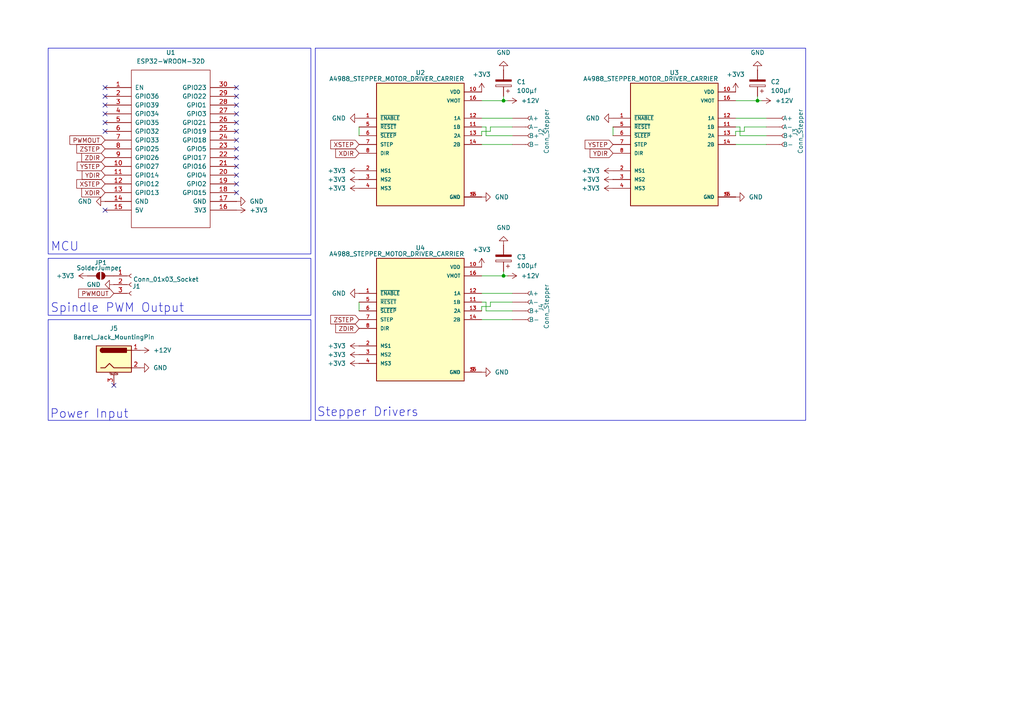
<source format=kicad_sch>
(kicad_sch
	(version 20231120)
	(generator "eeschema")
	(generator_version "8.0")
	(uuid "a1df660f-b71c-40f9-8dab-945660316229")
	(paper "A4")
	(lib_symbols
		(symbol "A4988_STEPPER_MOTOR_DRIVER_CARRIER:A4988_STEPPER_MOTOR_DRIVER_CARRIER"
			(pin_names
				(offset 1.016)
			)
			(exclude_from_sim no)
			(in_bom yes)
			(on_board yes)
			(property "Reference" "U"
				(at -12.7 19.05 0)
				(effects
					(font
						(size 1.27 1.27)
					)
					(justify left bottom)
				)
			)
			(property "Value" "A4988_STEPPER_MOTOR_DRIVER_CARRIER"
				(at -12.7 -21.59 0)
				(effects
					(font
						(size 1.27 1.27)
					)
					(justify left bottom)
				)
			)
			(property "Footprint" "A4988_STEPPER_MOTOR_DRIVER_CARRIER:MODULE_A4988_STEPPER_MOTOR_DRIVER_CARRIER"
				(at 0 0 0)
				(effects
					(font
						(size 1.27 1.27)
					)
					(justify bottom)
					(hide yes)
				)
			)
			(property "Datasheet" ""
				(at 0 0 0)
				(effects
					(font
						(size 1.27 1.27)
					)
					(hide yes)
				)
			)
			(property "Description" "Stepper motor controler; IC: A4988; 1A; Uin mot: 8÷35V"
				(at 0 0 0)
				(effects
					(font
						(size 1.27 1.27)
					)
					(justify bottom)
					(hide yes)
				)
			)
			(property "MF" "Pololu"
				(at 0 0 0)
				(effects
					(font
						(size 1.27 1.27)
					)
					(justify bottom)
					(hide yes)
				)
			)
			(property "PACKAGE" "None"
				(at 0 0 0)
				(effects
					(font
						(size 1.27 1.27)
					)
					(justify bottom)
					(hide yes)
				)
			)
			(property "PRICE" "None"
				(at 0 0 0)
				(effects
					(font
						(size 1.27 1.27)
					)
					(justify bottom)
					(hide yes)
				)
			)
			(property "Package" "None"
				(at 0 0 0)
				(effects
					(font
						(size 1.27 1.27)
					)
					(justify bottom)
					(hide yes)
				)
			)
			(property "Check_prices" "https://www.snapeda.com/parts/A4988%20STEPPER%20MOTOR%20DRIVER%20CARRIER/Pololu/view-part/?ref=eda"
				(at 0 0 0)
				(effects
					(font
						(size 1.27 1.27)
					)
					(justify bottom)
					(hide yes)
				)
			)
			(property "Price" "None"
				(at 0 0 0)
				(effects
					(font
						(size 1.27 1.27)
					)
					(justify bottom)
					(hide yes)
				)
			)
			(property "SnapEDA_Link" "https://www.snapeda.com/parts/A4988%20STEPPER%20MOTOR%20DRIVER%20CARRIER/Pololu/view-part/?ref=snap"
				(at 0 0 0)
				(effects
					(font
						(size 1.27 1.27)
					)
					(justify bottom)
					(hide yes)
				)
			)
			(property "MP" "A4988 STEPPER MOTOR DRIVER CARRIER"
				(at 0 0 0)
				(effects
					(font
						(size 1.27 1.27)
					)
					(justify bottom)
					(hide yes)
				)
			)
			(property "Availability" "Not in stock"
				(at 0 0 0)
				(effects
					(font
						(size 1.27 1.27)
					)
					(justify bottom)
					(hide yes)
				)
			)
			(property "AVAILABILITY" "Unavailable"
				(at 0 0 0)
				(effects
					(font
						(size 1.27 1.27)
					)
					(justify bottom)
					(hide yes)
				)
			)
			(property "Description_1" "\nStepper Motor Driver\n"
				(at 0 0 0)
				(effects
					(font
						(size 1.27 1.27)
					)
					(justify bottom)
					(hide yes)
				)
			)
			(symbol "A4988_STEPPER_MOTOR_DRIVER_CARRIER_0_0"
				(rectangle
					(start -12.7 -17.78)
					(end 12.7 17.78)
					(stroke
						(width 0.254)
						(type default)
					)
					(fill
						(type background)
					)
				)
				(pin input line
					(at -17.78 7.62 0)
					(length 5.08)
					(name "~{ENABLE}"
						(effects
							(font
								(size 1.016 1.016)
							)
						)
					)
					(number "1"
						(effects
							(font
								(size 1.016 1.016)
							)
						)
					)
				)
				(pin power_in line
					(at 17.78 15.24 180)
					(length 5.08)
					(name "VDD"
						(effects
							(font
								(size 1.016 1.016)
							)
						)
					)
					(number "10"
						(effects
							(font
								(size 1.016 1.016)
							)
						)
					)
				)
				(pin output line
					(at 17.78 5.08 180)
					(length 5.08)
					(name "1B"
						(effects
							(font
								(size 1.016 1.016)
							)
						)
					)
					(number "11"
						(effects
							(font
								(size 1.016 1.016)
							)
						)
					)
				)
				(pin output line
					(at 17.78 7.62 180)
					(length 5.08)
					(name "1A"
						(effects
							(font
								(size 1.016 1.016)
							)
						)
					)
					(number "12"
						(effects
							(font
								(size 1.016 1.016)
							)
						)
					)
				)
				(pin output line
					(at 17.78 2.54 180)
					(length 5.08)
					(name "2A"
						(effects
							(font
								(size 1.016 1.016)
							)
						)
					)
					(number "13"
						(effects
							(font
								(size 1.016 1.016)
							)
						)
					)
				)
				(pin output line
					(at 17.78 0 180)
					(length 5.08)
					(name "2B"
						(effects
							(font
								(size 1.016 1.016)
							)
						)
					)
					(number "14"
						(effects
							(font
								(size 1.016 1.016)
							)
						)
					)
				)
				(pin power_in line
					(at 17.78 -15.24 180)
					(length 5.08)
					(name "GND"
						(effects
							(font
								(size 1.016 1.016)
							)
						)
					)
					(number "15"
						(effects
							(font
								(size 1.016 1.016)
							)
						)
					)
				)
				(pin power_in line
					(at 17.78 12.7 180)
					(length 5.08)
					(name "VMOT"
						(effects
							(font
								(size 1.016 1.016)
							)
						)
					)
					(number "16"
						(effects
							(font
								(size 1.016 1.016)
							)
						)
					)
				)
				(pin input line
					(at -17.78 -7.62 0)
					(length 5.08)
					(name "MS1"
						(effects
							(font
								(size 1.016 1.016)
							)
						)
					)
					(number "2"
						(effects
							(font
								(size 1.016 1.016)
							)
						)
					)
				)
				(pin input line
					(at -17.78 -10.16 0)
					(length 5.08)
					(name "MS2"
						(effects
							(font
								(size 1.016 1.016)
							)
						)
					)
					(number "3"
						(effects
							(font
								(size 1.016 1.016)
							)
						)
					)
				)
				(pin input line
					(at -17.78 -12.7 0)
					(length 5.08)
					(name "MS3"
						(effects
							(font
								(size 1.016 1.016)
							)
						)
					)
					(number "4"
						(effects
							(font
								(size 1.016 1.016)
							)
						)
					)
				)
				(pin input line
					(at -17.78 5.08 0)
					(length 5.08)
					(name "~{RESET}"
						(effects
							(font
								(size 1.016 1.016)
							)
						)
					)
					(number "5"
						(effects
							(font
								(size 1.016 1.016)
							)
						)
					)
				)
				(pin input line
					(at -17.78 2.54 0)
					(length 5.08)
					(name "~{SLEEP}"
						(effects
							(font
								(size 1.016 1.016)
							)
						)
					)
					(number "6"
						(effects
							(font
								(size 1.016 1.016)
							)
						)
					)
				)
				(pin input line
					(at -17.78 0 0)
					(length 5.08)
					(name "STEP"
						(effects
							(font
								(size 1.016 1.016)
							)
						)
					)
					(number "7"
						(effects
							(font
								(size 1.016 1.016)
							)
						)
					)
				)
				(pin input line
					(at -17.78 -2.54 0)
					(length 5.08)
					(name "DIR"
						(effects
							(font
								(size 1.016 1.016)
							)
						)
					)
					(number "8"
						(effects
							(font
								(size 1.016 1.016)
							)
						)
					)
				)
				(pin power_in line
					(at 17.78 -15.24 180)
					(length 5.08)
					(name "GND"
						(effects
							(font
								(size 1.016 1.016)
							)
						)
					)
					(number "9"
						(effects
							(font
								(size 1.016 1.016)
							)
						)
					)
				)
			)
		)
		(symbol "Conn_01x04_Socket_1"
			(pin_numbers hide)
			(pin_names
				(offset 1.016)
			)
			(exclude_from_sim no)
			(in_bom yes)
			(on_board yes)
			(property "Reference" "J2"
				(at -9.398 4.318 0)
				(effects
					(font
						(size 1.27 1.27)
					)
				)
			)
			(property "Value" "Conn_Stepper"
				(at 3.302 -1.27 90)
				(effects
					(font
						(size 1.27 1.27)
					)
				)
			)
			(property "Footprint" "Connector_PinSocket_2.54mm:PinSocket_1x04_P2.54mm_Vertical"
				(at 4.572 12.954 0)
				(effects
					(font
						(size 1.27 1.27)
					)
					(hide yes)
				)
			)
			(property "Datasheet" "~"
				(at -7.62 4.318 0)
				(effects
					(font
						(size 1.27 1.27)
					)
					(hide yes)
				)
			)
			(property "Description" "Generic connector, single row, 01x04, script generated"
				(at 0.254 15.748 0)
				(effects
					(font
						(size 1.27 1.27)
					)
					(hide yes)
				)
			)
			(property "ki_keywords" "connector"
				(at 0 0 0)
				(effects
					(font
						(size 1.27 1.27)
					)
					(hide yes)
				)
			)
			(property "ki_fp_filters" "Connector*:*_1x??_*"
				(at 0 0 0)
				(effects
					(font
						(size 1.27 1.27)
					)
					(hide yes)
				)
			)
			(symbol "Conn_01x04_Socket_1_1_1"
				(arc
					(start 0 -4.572)
					(mid -0.5058 -5.08)
					(end 0 -5.588)
					(stroke
						(width 0.1524)
						(type default)
					)
					(fill
						(type none)
					)
				)
				(arc
					(start 0 -2.032)
					(mid -0.5058 -2.54)
					(end 0 -3.048)
					(stroke
						(width 0.1524)
						(type default)
					)
					(fill
						(type none)
					)
				)
				(polyline
					(pts
						(xy -1.27 -5.08) (xy -0.508 -5.08)
					)
					(stroke
						(width 0.1524)
						(type default)
					)
					(fill
						(type none)
					)
				)
				(polyline
					(pts
						(xy -1.27 -2.54) (xy -0.508 -2.54)
					)
					(stroke
						(width 0.1524)
						(type default)
					)
					(fill
						(type none)
					)
				)
				(polyline
					(pts
						(xy -1.27 0) (xy -0.508 0)
					)
					(stroke
						(width 0.1524)
						(type default)
					)
					(fill
						(type none)
					)
				)
				(polyline
					(pts
						(xy -1.27 2.54) (xy -0.508 2.54)
					)
					(stroke
						(width 0.1524)
						(type default)
					)
					(fill
						(type none)
					)
				)
				(arc
					(start 0 0.508)
					(mid -0.5058 0)
					(end 0 -0.508)
					(stroke
						(width 0.1524)
						(type default)
					)
					(fill
						(type none)
					)
				)
				(arc
					(start 0 3.048)
					(mid -0.5058 2.54)
					(end 0 2.032)
					(stroke
						(width 0.1524)
						(type default)
					)
					(fill
						(type none)
					)
				)
				(pin output line
					(at -5.08 2.54 0)
					(length 3.81)
					(name "A+"
						(effects
							(font
								(size 1.27 1.27)
							)
						)
					)
					(number "1"
						(effects
							(font
								(size 1.27 1.27)
							)
						)
					)
				)
				(pin output line
					(at -5.08 0 0)
					(length 3.81)
					(name "A-"
						(effects
							(font
								(size 1.27 1.27)
							)
						)
					)
					(number "2"
						(effects
							(font
								(size 1.27 1.27)
							)
						)
					)
				)
				(pin output line
					(at -5.08 -2.54 0)
					(length 3.81)
					(name "B+"
						(effects
							(font
								(size 1.27 1.27)
							)
						)
					)
					(number "3"
						(effects
							(font
								(size 1.27 1.27)
							)
						)
					)
				)
				(pin output line
					(at -5.08 -5.08 0)
					(length 3.81)
					(name "B-"
						(effects
							(font
								(size 1.27 1.27)
							)
						)
					)
					(number "4"
						(effects
							(font
								(size 1.27 1.27)
							)
						)
					)
				)
			)
		)
		(symbol "Connector:Barrel_Jack_MountingPin"
			(pin_names hide)
			(exclude_from_sim no)
			(in_bom yes)
			(on_board yes)
			(property "Reference" "J5"
				(at 0 8.89 0)
				(effects
					(font
						(size 1.27 1.27)
					)
				)
			)
			(property "Value" "Barrel_Jack_MountingPin"
				(at 0 6.35 0)
				(effects
					(font
						(size 1.27 1.27)
					)
				)
			)
			(property "Footprint" "Connector_BarrelJack:BarrelJack_GCT_DCJ200-10-A_Horizontal"
				(at 1.27 -1.016 0)
				(effects
					(font
						(size 1.27 1.27)
					)
					(hide yes)
				)
			)
			(property "Datasheet" "~"
				(at 1.27 -1.016 0)
				(effects
					(font
						(size 1.27 1.27)
					)
					(hide yes)
				)
			)
			(property "Description" "DC Barrel Jack with a mounting pin"
				(at 0 0 0)
				(effects
					(font
						(size 1.27 1.27)
					)
					(hide yes)
				)
			)
			(property "ki_keywords" "DC power barrel jack connector"
				(at 0 0 0)
				(effects
					(font
						(size 1.27 1.27)
					)
					(hide yes)
				)
			)
			(property "ki_fp_filters" "BarrelJack*"
				(at 0 0 0)
				(effects
					(font
						(size 1.27 1.27)
					)
					(hide yes)
				)
			)
			(symbol "Barrel_Jack_MountingPin_0_1"
				(rectangle
					(start -5.08 3.81)
					(end 5.08 -3.81)
					(stroke
						(width 0.254)
						(type default)
					)
					(fill
						(type background)
					)
				)
				(arc
					(start -3.302 3.175)
					(mid -3.9343 2.54)
					(end -3.302 1.905)
					(stroke
						(width 0.254)
						(type default)
					)
					(fill
						(type none)
					)
				)
				(arc
					(start -3.302 3.175)
					(mid -3.9343 2.54)
					(end -3.302 1.905)
					(stroke
						(width 0.254)
						(type default)
					)
					(fill
						(type outline)
					)
				)
				(polyline
					(pts
						(xy 5.08 2.54) (xy 3.81 2.54)
					)
					(stroke
						(width 0.254)
						(type default)
					)
					(fill
						(type none)
					)
				)
				(polyline
					(pts
						(xy -3.81 -2.54) (xy -2.54 -2.54) (xy -1.27 -1.27) (xy 0 -2.54) (xy 2.54 -2.54) (xy 5.08 -2.54)
					)
					(stroke
						(width 0.254)
						(type default)
					)
					(fill
						(type none)
					)
				)
				(rectangle
					(start 3.683 3.175)
					(end -3.302 1.905)
					(stroke
						(width 0.254)
						(type default)
					)
					(fill
						(type outline)
					)
				)
			)
			(symbol "Barrel_Jack_MountingPin_1_1"
				(polyline
					(pts
						(xy -1.016 -4.572) (xy 1.016 -4.572)
					)
					(stroke
						(width 0.1524)
						(type default)
					)
					(fill
						(type none)
					)
				)
				(text "Mounting"
					(at 0 -4.191 0)
					(effects
						(font
							(size 0.381 0.381)
						)
					)
				)
				(pin passive line
					(at 7.62 2.54 180)
					(length 2.54)
					(name "~"
						(effects
							(font
								(size 1.27 1.27)
							)
						)
					)
					(number "1"
						(effects
							(font
								(size 1.27 1.27)
							)
						)
					)
				)
				(pin passive line
					(at 7.62 -2.54 180)
					(length 2.54)
					(name "~"
						(effects
							(font
								(size 1.27 1.27)
							)
						)
					)
					(number "2"
						(effects
							(font
								(size 1.27 1.27)
							)
						)
					)
				)
				(pin passive line
					(at 0 -7.62 90)
					(length 3.048)
					(name "MountPin"
						(effects
							(font
								(size 1.27 1.27)
							)
						)
					)
					(number "3"
						(effects
							(font
								(size 1.27 1.27)
							)
						)
					)
				)
			)
		)
		(symbol "Connector:Conn_01x03_Socket"
			(pin_names
				(offset 1.016) hide)
			(exclude_from_sim no)
			(in_bom yes)
			(on_board yes)
			(property "Reference" "J"
				(at 0 5.08 0)
				(effects
					(font
						(size 1.27 1.27)
					)
				)
			)
			(property "Value" "Conn_01x03_Socket"
				(at 0 -5.08 0)
				(effects
					(font
						(size 1.27 1.27)
					)
				)
			)
			(property "Footprint" ""
				(at 0 0 0)
				(effects
					(font
						(size 1.27 1.27)
					)
					(hide yes)
				)
			)
			(property "Datasheet" "~"
				(at 0 0 0)
				(effects
					(font
						(size 1.27 1.27)
					)
					(hide yes)
				)
			)
			(property "Description" "Generic connector, single row, 01x03, script generated"
				(at 0 0 0)
				(effects
					(font
						(size 1.27 1.27)
					)
					(hide yes)
				)
			)
			(property "ki_locked" ""
				(at 0 0 0)
				(effects
					(font
						(size 1.27 1.27)
					)
				)
			)
			(property "ki_keywords" "connector"
				(at 0 0 0)
				(effects
					(font
						(size 1.27 1.27)
					)
					(hide yes)
				)
			)
			(property "ki_fp_filters" "Connector*:*_1x??_*"
				(at 0 0 0)
				(effects
					(font
						(size 1.27 1.27)
					)
					(hide yes)
				)
			)
			(symbol "Conn_01x03_Socket_1_1"
				(arc
					(start 0 -2.032)
					(mid -0.5058 -2.54)
					(end 0 -3.048)
					(stroke
						(width 0.1524)
						(type default)
					)
					(fill
						(type none)
					)
				)
				(polyline
					(pts
						(xy -1.27 -2.54) (xy -0.508 -2.54)
					)
					(stroke
						(width 0.1524)
						(type default)
					)
					(fill
						(type none)
					)
				)
				(polyline
					(pts
						(xy -1.27 0) (xy -0.508 0)
					)
					(stroke
						(width 0.1524)
						(type default)
					)
					(fill
						(type none)
					)
				)
				(polyline
					(pts
						(xy -1.27 2.54) (xy -0.508 2.54)
					)
					(stroke
						(width 0.1524)
						(type default)
					)
					(fill
						(type none)
					)
				)
				(arc
					(start 0 0.508)
					(mid -0.5058 0)
					(end 0 -0.508)
					(stroke
						(width 0.1524)
						(type default)
					)
					(fill
						(type none)
					)
				)
				(arc
					(start 0 3.048)
					(mid -0.5058 2.54)
					(end 0 2.032)
					(stroke
						(width 0.1524)
						(type default)
					)
					(fill
						(type none)
					)
				)
				(pin passive line
					(at -5.08 2.54 0)
					(length 3.81)
					(name "Pin_1"
						(effects
							(font
								(size 1.27 1.27)
							)
						)
					)
					(number "1"
						(effects
							(font
								(size 1.27 1.27)
							)
						)
					)
				)
				(pin passive line
					(at -5.08 0 0)
					(length 3.81)
					(name "Pin_2"
						(effects
							(font
								(size 1.27 1.27)
							)
						)
					)
					(number "2"
						(effects
							(font
								(size 1.27 1.27)
							)
						)
					)
				)
				(pin passive line
					(at -5.08 -2.54 0)
					(length 3.81)
					(name "Pin_3"
						(effects
							(font
								(size 1.27 1.27)
							)
						)
					)
					(number "3"
						(effects
							(font
								(size 1.27 1.27)
							)
						)
					)
				)
			)
		)
		(symbol "Device:C_Polarized"
			(pin_numbers hide)
			(pin_names
				(offset 0.254)
			)
			(exclude_from_sim no)
			(in_bom yes)
			(on_board yes)
			(property "Reference" "C"
				(at 0.635 2.54 0)
				(effects
					(font
						(size 1.27 1.27)
					)
					(justify left)
				)
			)
			(property "Value" "C_Polarized"
				(at 0.635 -2.54 0)
				(effects
					(font
						(size 1.27 1.27)
					)
					(justify left)
				)
			)
			(property "Footprint" ""
				(at 0.9652 -3.81 0)
				(effects
					(font
						(size 1.27 1.27)
					)
					(hide yes)
				)
			)
			(property "Datasheet" "~"
				(at 0 0 0)
				(effects
					(font
						(size 1.27 1.27)
					)
					(hide yes)
				)
			)
			(property "Description" "Polarized capacitor"
				(at 0 0 0)
				(effects
					(font
						(size 1.27 1.27)
					)
					(hide yes)
				)
			)
			(property "ki_keywords" "cap capacitor"
				(at 0 0 0)
				(effects
					(font
						(size 1.27 1.27)
					)
					(hide yes)
				)
			)
			(property "ki_fp_filters" "CP_*"
				(at 0 0 0)
				(effects
					(font
						(size 1.27 1.27)
					)
					(hide yes)
				)
			)
			(symbol "C_Polarized_0_1"
				(rectangle
					(start -2.286 0.508)
					(end 2.286 1.016)
					(stroke
						(width 0)
						(type default)
					)
					(fill
						(type none)
					)
				)
				(polyline
					(pts
						(xy -1.778 2.286) (xy -0.762 2.286)
					)
					(stroke
						(width 0)
						(type default)
					)
					(fill
						(type none)
					)
				)
				(polyline
					(pts
						(xy -1.27 2.794) (xy -1.27 1.778)
					)
					(stroke
						(width 0)
						(type default)
					)
					(fill
						(type none)
					)
				)
				(rectangle
					(start 2.286 -0.508)
					(end -2.286 -1.016)
					(stroke
						(width 0)
						(type default)
					)
					(fill
						(type outline)
					)
				)
			)
			(symbol "C_Polarized_1_1"
				(pin passive line
					(at 0 3.81 270)
					(length 2.794)
					(name "~"
						(effects
							(font
								(size 1.27 1.27)
							)
						)
					)
					(number "1"
						(effects
							(font
								(size 1.27 1.27)
							)
						)
					)
				)
				(pin passive line
					(at 0 -3.81 90)
					(length 2.794)
					(name "~"
						(effects
							(font
								(size 1.27 1.27)
							)
						)
					)
					(number "2"
						(effects
							(font
								(size 1.27 1.27)
							)
						)
					)
				)
			)
		)
		(symbol "ESP32-WROOM-32D:ESP32-WROOM-32D"
			(pin_names
				(offset 1.016)
			)
			(exclude_from_sim no)
			(in_bom yes)
			(on_board yes)
			(property "Reference" "U"
				(at 0 -2.54 0)
				(effects
					(font
						(size 1.27 1.27)
					)
				)
			)
			(property "Value" "ESP32-WROOM-32D"
				(at 0 2.54 0)
				(effects
					(font
						(size 1.27 1.27)
					)
				)
			)
			(property "Footprint" "MODULE"
				(at 0 0 0)
				(effects
					(font
						(size 1.27 1.27)
					)
					(hide yes)
				)
			)
			(property "Datasheet" "DOCUMENTATION"
				(at 0 0 0)
				(effects
					(font
						(size 1.27 1.27)
					)
					(hide yes)
				)
			)
			(property "Description" ""
				(at 0 0 0)
				(effects
					(font
						(size 1.27 1.27)
					)
					(hide yes)
				)
			)
			(symbol "ESP32-WROOM-32D_1_0"
				(rectangle
					(start -11.43 -22.86)
					(end 11.43 22.86)
					(stroke
						(width 0)
						(type solid)
					)
					(fill
						(type none)
					)
				)
			)
			(symbol "ESP32-WROOM-32D_1_1"
				(pin input line
					(at -19.05 17.78 0)
					(length 7.62)
					(name "EN"
						(effects
							(font
								(size 1.27 1.27)
							)
						)
					)
					(number "1"
						(effects
							(font
								(size 1.27 1.27)
							)
						)
					)
				)
				(pin bidirectional line
					(at -19.05 -5.08 0)
					(length 7.62)
					(name "GPIO27"
						(effects
							(font
								(size 1.27 1.27)
							)
						)
					)
					(number "10"
						(effects
							(font
								(size 1.27 1.27)
							)
						)
					)
				)
				(pin bidirectional line
					(at -19.05 -7.62 0)
					(length 7.62)
					(name "GPIO14"
						(effects
							(font
								(size 1.27 1.27)
							)
						)
					)
					(number "11"
						(effects
							(font
								(size 1.27 1.27)
							)
						)
					)
				)
				(pin bidirectional line
					(at -19.05 -10.16 0)
					(length 7.62)
					(name "GPIO12"
						(effects
							(font
								(size 1.27 1.27)
							)
						)
					)
					(number "12"
						(effects
							(font
								(size 1.27 1.27)
							)
						)
					)
				)
				(pin bidirectional line
					(at -19.05 -12.7 0)
					(length 7.62)
					(name "GPIO13"
						(effects
							(font
								(size 1.27 1.27)
							)
						)
					)
					(number "13"
						(effects
							(font
								(size 1.27 1.27)
							)
						)
					)
				)
				(pin power_in line
					(at -19.05 -15.24 0)
					(length 7.62)
					(name "GND"
						(effects
							(font
								(size 1.27 1.27)
							)
						)
					)
					(number "14"
						(effects
							(font
								(size 1.27 1.27)
							)
						)
					)
				)
				(pin power_in line
					(at -19.05 -17.78 0)
					(length 7.62)
					(name "5V"
						(effects
							(font
								(size 1.27 1.27)
							)
						)
					)
					(number "15"
						(effects
							(font
								(size 1.27 1.27)
							)
						)
					)
				)
				(pin power_in line
					(at 19.05 -17.78 180)
					(length 7.62)
					(name "3V3"
						(effects
							(font
								(size 1.27 1.27)
							)
						)
					)
					(number "16"
						(effects
							(font
								(size 1.27 1.27)
							)
						)
					)
				)
				(pin power_in line
					(at 19.05 -15.24 180)
					(length 7.62)
					(name "GND"
						(effects
							(font
								(size 1.27 1.27)
							)
						)
					)
					(number "17"
						(effects
							(font
								(size 1.27 1.27)
							)
						)
					)
				)
				(pin bidirectional line
					(at 19.05 -12.7 180)
					(length 7.62)
					(name "GPIO15"
						(effects
							(font
								(size 1.27 1.27)
							)
						)
					)
					(number "18"
						(effects
							(font
								(size 1.27 1.27)
							)
						)
					)
				)
				(pin bidirectional line
					(at 19.05 -10.16 180)
					(length 7.62)
					(name "GPIO2"
						(effects
							(font
								(size 1.27 1.27)
							)
						)
					)
					(number "19"
						(effects
							(font
								(size 1.27 1.27)
							)
						)
					)
				)
				(pin bidirectional line
					(at -19.05 15.24 0)
					(length 7.62)
					(name "GPIO36"
						(effects
							(font
								(size 1.27 1.27)
							)
						)
					)
					(number "2"
						(effects
							(font
								(size 1.27 1.27)
							)
						)
					)
				)
				(pin bidirectional line
					(at 19.05 -7.62 180)
					(length 7.62)
					(name "GPIO4"
						(effects
							(font
								(size 1.27 1.27)
							)
						)
					)
					(number "20"
						(effects
							(font
								(size 1.27 1.27)
							)
						)
					)
				)
				(pin bidirectional line
					(at 19.05 -5.08 180)
					(length 7.62)
					(name "GPIO16"
						(effects
							(font
								(size 1.27 1.27)
							)
						)
					)
					(number "21"
						(effects
							(font
								(size 1.27 1.27)
							)
						)
					)
				)
				(pin bidirectional line
					(at 19.05 -2.54 180)
					(length 7.62)
					(name "GPIO17"
						(effects
							(font
								(size 1.27 1.27)
							)
						)
					)
					(number "22"
						(effects
							(font
								(size 1.27 1.27)
							)
						)
					)
				)
				(pin bidirectional line
					(at 19.05 0 180)
					(length 7.62)
					(name "GPIO5"
						(effects
							(font
								(size 1.27 1.27)
							)
						)
					)
					(number "23"
						(effects
							(font
								(size 1.27 1.27)
							)
						)
					)
				)
				(pin bidirectional line
					(at 19.05 2.54 180)
					(length 7.62)
					(name "GPIO18"
						(effects
							(font
								(size 1.27 1.27)
							)
						)
					)
					(number "24"
						(effects
							(font
								(size 1.27 1.27)
							)
						)
					)
				)
				(pin bidirectional line
					(at 19.05 5.08 180)
					(length 7.62)
					(name "GPIO19"
						(effects
							(font
								(size 1.27 1.27)
							)
						)
					)
					(number "25"
						(effects
							(font
								(size 1.27 1.27)
							)
						)
					)
				)
				(pin bidirectional line
					(at 19.05 7.62 180)
					(length 7.62)
					(name "GPIO21"
						(effects
							(font
								(size 1.27 1.27)
							)
						)
					)
					(number "26"
						(effects
							(font
								(size 1.27 1.27)
							)
						)
					)
				)
				(pin bidirectional line
					(at 19.05 10.16 180)
					(length 7.62)
					(name "GPIO3"
						(effects
							(font
								(size 1.27 1.27)
							)
						)
					)
					(number "27"
						(effects
							(font
								(size 1.27 1.27)
							)
						)
					)
				)
				(pin bidirectional line
					(at 19.05 12.7 180)
					(length 7.62)
					(name "GPIO1"
						(effects
							(font
								(size 1.27 1.27)
							)
						)
					)
					(number "28"
						(effects
							(font
								(size 1.27 1.27)
							)
						)
					)
				)
				(pin bidirectional line
					(at 19.05 15.24 180)
					(length 7.62)
					(name "GPIO22"
						(effects
							(font
								(size 1.27 1.27)
							)
						)
					)
					(number "29"
						(effects
							(font
								(size 1.27 1.27)
							)
						)
					)
				)
				(pin bidirectional line
					(at -19.05 12.7 0)
					(length 7.62)
					(name "GPIO39"
						(effects
							(font
								(size 1.27 1.27)
							)
						)
					)
					(number "3"
						(effects
							(font
								(size 1.27 1.27)
							)
						)
					)
				)
				(pin bidirectional line
					(at 19.05 17.78 180)
					(length 7.62)
					(name "GPIO23"
						(effects
							(font
								(size 1.27 1.27)
							)
						)
					)
					(number "30"
						(effects
							(font
								(size 1.27 1.27)
							)
						)
					)
				)
				(pin bidirectional line
					(at -19.05 10.16 0)
					(length 7.62)
					(name "GPIO34"
						(effects
							(font
								(size 1.27 1.27)
							)
						)
					)
					(number "4"
						(effects
							(font
								(size 1.27 1.27)
							)
						)
					)
				)
				(pin bidirectional line
					(at -19.05 7.62 0)
					(length 7.62)
					(name "GPIO35"
						(effects
							(font
								(size 1.27 1.27)
							)
						)
					)
					(number "5"
						(effects
							(font
								(size 1.27 1.27)
							)
						)
					)
				)
				(pin bidirectional line
					(at -19.05 5.08 0)
					(length 7.62)
					(name "GPIO32"
						(effects
							(font
								(size 1.27 1.27)
							)
						)
					)
					(number "6"
						(effects
							(font
								(size 1.27 1.27)
							)
						)
					)
				)
				(pin bidirectional line
					(at -19.05 2.54 0)
					(length 7.62)
					(name "GPIO33"
						(effects
							(font
								(size 1.27 1.27)
							)
						)
					)
					(number "7"
						(effects
							(font
								(size 1.27 1.27)
							)
						)
					)
				)
				(pin bidirectional line
					(at -19.05 0 0)
					(length 7.62)
					(name "GPIO25"
						(effects
							(font
								(size 1.27 1.27)
							)
						)
					)
					(number "8"
						(effects
							(font
								(size 1.27 1.27)
							)
						)
					)
				)
				(pin bidirectional line
					(at -19.05 -2.54 0)
					(length 7.62)
					(name "GPIO26"
						(effects
							(font
								(size 1.27 1.27)
							)
						)
					)
					(number "9"
						(effects
							(font
								(size 1.27 1.27)
							)
						)
					)
				)
			)
		)
		(symbol "Jumper:SolderJumper_2_Open"
			(pin_numbers hide)
			(pin_names
				(offset 0) hide)
			(exclude_from_sim yes)
			(in_bom no)
			(on_board yes)
			(property "Reference" "JP"
				(at 0 2.032 0)
				(effects
					(font
						(size 1.27 1.27)
					)
				)
			)
			(property "Value" "SolderJumper_2_Open"
				(at 0 -2.54 0)
				(effects
					(font
						(size 1.27 1.27)
					)
				)
			)
			(property "Footprint" ""
				(at 0 0 0)
				(effects
					(font
						(size 1.27 1.27)
					)
					(hide yes)
				)
			)
			(property "Datasheet" "~"
				(at 0 0 0)
				(effects
					(font
						(size 1.27 1.27)
					)
					(hide yes)
				)
			)
			(property "Description" "Solder Jumper, 2-pole, open"
				(at 0 0 0)
				(effects
					(font
						(size 1.27 1.27)
					)
					(hide yes)
				)
			)
			(property "ki_keywords" "solder jumper SPST"
				(at 0 0 0)
				(effects
					(font
						(size 1.27 1.27)
					)
					(hide yes)
				)
			)
			(property "ki_fp_filters" "SolderJumper*Open*"
				(at 0 0 0)
				(effects
					(font
						(size 1.27 1.27)
					)
					(hide yes)
				)
			)
			(symbol "SolderJumper_2_Open_0_1"
				(arc
					(start -0.254 1.016)
					(mid -1.2656 0)
					(end -0.254 -1.016)
					(stroke
						(width 0)
						(type default)
					)
					(fill
						(type none)
					)
				)
				(arc
					(start -0.254 1.016)
					(mid -1.2656 0)
					(end -0.254 -1.016)
					(stroke
						(width 0)
						(type default)
					)
					(fill
						(type outline)
					)
				)
				(polyline
					(pts
						(xy -0.254 1.016) (xy -0.254 -1.016)
					)
					(stroke
						(width 0)
						(type default)
					)
					(fill
						(type none)
					)
				)
				(polyline
					(pts
						(xy 0.254 1.016) (xy 0.254 -1.016)
					)
					(stroke
						(width 0)
						(type default)
					)
					(fill
						(type none)
					)
				)
				(arc
					(start 0.254 -1.016)
					(mid 1.2656 0)
					(end 0.254 1.016)
					(stroke
						(width 0)
						(type default)
					)
					(fill
						(type none)
					)
				)
				(arc
					(start 0.254 -1.016)
					(mid 1.2656 0)
					(end 0.254 1.016)
					(stroke
						(width 0)
						(type default)
					)
					(fill
						(type outline)
					)
				)
			)
			(symbol "SolderJumper_2_Open_1_1"
				(pin passive line
					(at -3.81 0 0)
					(length 2.54)
					(name "A"
						(effects
							(font
								(size 1.27 1.27)
							)
						)
					)
					(number "1"
						(effects
							(font
								(size 1.27 1.27)
							)
						)
					)
				)
				(pin passive line
					(at 3.81 0 180)
					(length 2.54)
					(name "B"
						(effects
							(font
								(size 1.27 1.27)
							)
						)
					)
					(number "2"
						(effects
							(font
								(size 1.27 1.27)
							)
						)
					)
				)
			)
		)
		(symbol "power:+12V"
			(power)
			(pin_numbers hide)
			(pin_names
				(offset 0) hide)
			(exclude_from_sim no)
			(in_bom yes)
			(on_board yes)
			(property "Reference" "#PWR"
				(at 0 -3.81 0)
				(effects
					(font
						(size 1.27 1.27)
					)
					(hide yes)
				)
			)
			(property "Value" "+12V"
				(at 0 3.556 0)
				(effects
					(font
						(size 1.27 1.27)
					)
				)
			)
			(property "Footprint" ""
				(at 0 0 0)
				(effects
					(font
						(size 1.27 1.27)
					)
					(hide yes)
				)
			)
			(property "Datasheet" ""
				(at 0 0 0)
				(effects
					(font
						(size 1.27 1.27)
					)
					(hide yes)
				)
			)
			(property "Description" "Power symbol creates a global label with name \"+12V\""
				(at 0 0 0)
				(effects
					(font
						(size 1.27 1.27)
					)
					(hide yes)
				)
			)
			(property "ki_keywords" "global power"
				(at 0 0 0)
				(effects
					(font
						(size 1.27 1.27)
					)
					(hide yes)
				)
			)
			(symbol "+12V_0_1"
				(polyline
					(pts
						(xy -0.762 1.27) (xy 0 2.54)
					)
					(stroke
						(width 0)
						(type default)
					)
					(fill
						(type none)
					)
				)
				(polyline
					(pts
						(xy 0 0) (xy 0 2.54)
					)
					(stroke
						(width 0)
						(type default)
					)
					(fill
						(type none)
					)
				)
				(polyline
					(pts
						(xy 0 2.54) (xy 0.762 1.27)
					)
					(stroke
						(width 0)
						(type default)
					)
					(fill
						(type none)
					)
				)
			)
			(symbol "+12V_1_1"
				(pin power_in line
					(at 0 0 90)
					(length 0)
					(name "~"
						(effects
							(font
								(size 1.27 1.27)
							)
						)
					)
					(number "1"
						(effects
							(font
								(size 1.27 1.27)
							)
						)
					)
				)
			)
		)
		(symbol "power:+3V3"
			(power)
			(pin_numbers hide)
			(pin_names
				(offset 0) hide)
			(exclude_from_sim no)
			(in_bom yes)
			(on_board yes)
			(property "Reference" "#PWR"
				(at 0 -3.81 0)
				(effects
					(font
						(size 1.27 1.27)
					)
					(hide yes)
				)
			)
			(property "Value" "+3V3"
				(at 0 3.556 0)
				(effects
					(font
						(size 1.27 1.27)
					)
				)
			)
			(property "Footprint" ""
				(at 0 0 0)
				(effects
					(font
						(size 1.27 1.27)
					)
					(hide yes)
				)
			)
			(property "Datasheet" ""
				(at 0 0 0)
				(effects
					(font
						(size 1.27 1.27)
					)
					(hide yes)
				)
			)
			(property "Description" "Power symbol creates a global label with name \"+3V3\""
				(at 0 0 0)
				(effects
					(font
						(size 1.27 1.27)
					)
					(hide yes)
				)
			)
			(property "ki_keywords" "global power"
				(at 0 0 0)
				(effects
					(font
						(size 1.27 1.27)
					)
					(hide yes)
				)
			)
			(symbol "+3V3_0_1"
				(polyline
					(pts
						(xy -0.762 1.27) (xy 0 2.54)
					)
					(stroke
						(width 0)
						(type default)
					)
					(fill
						(type none)
					)
				)
				(polyline
					(pts
						(xy 0 0) (xy 0 2.54)
					)
					(stroke
						(width 0)
						(type default)
					)
					(fill
						(type none)
					)
				)
				(polyline
					(pts
						(xy 0 2.54) (xy 0.762 1.27)
					)
					(stroke
						(width 0)
						(type default)
					)
					(fill
						(type none)
					)
				)
			)
			(symbol "+3V3_1_1"
				(pin power_in line
					(at 0 0 90)
					(length 0)
					(name "~"
						(effects
							(font
								(size 1.27 1.27)
							)
						)
					)
					(number "1"
						(effects
							(font
								(size 1.27 1.27)
							)
						)
					)
				)
			)
		)
		(symbol "power:GND"
			(power)
			(pin_numbers hide)
			(pin_names
				(offset 0) hide)
			(exclude_from_sim no)
			(in_bom yes)
			(on_board yes)
			(property "Reference" "#PWR"
				(at 0 -6.35 0)
				(effects
					(font
						(size 1.27 1.27)
					)
					(hide yes)
				)
			)
			(property "Value" "GND"
				(at 0 -3.81 0)
				(effects
					(font
						(size 1.27 1.27)
					)
				)
			)
			(property "Footprint" ""
				(at 0 0 0)
				(effects
					(font
						(size 1.27 1.27)
					)
					(hide yes)
				)
			)
			(property "Datasheet" ""
				(at 0 0 0)
				(effects
					(font
						(size 1.27 1.27)
					)
					(hide yes)
				)
			)
			(property "Description" "Power symbol creates a global label with name \"GND\" , ground"
				(at 0 0 0)
				(effects
					(font
						(size 1.27 1.27)
					)
					(hide yes)
				)
			)
			(property "ki_keywords" "global power"
				(at 0 0 0)
				(effects
					(font
						(size 1.27 1.27)
					)
					(hide yes)
				)
			)
			(symbol "GND_0_1"
				(polyline
					(pts
						(xy 0 0) (xy 0 -1.27) (xy 1.27 -1.27) (xy 0 -2.54) (xy -1.27 -1.27) (xy 0 -1.27)
					)
					(stroke
						(width 0)
						(type default)
					)
					(fill
						(type none)
					)
				)
			)
			(symbol "GND_1_1"
				(pin power_in line
					(at 0 0 270)
					(length 0)
					(name "~"
						(effects
							(font
								(size 1.27 1.27)
							)
						)
					)
					(number "1"
						(effects
							(font
								(size 1.27 1.27)
							)
						)
					)
				)
			)
		)
	)
	(junction
		(at 146.05 80.01)
		(diameter 0)
		(color 0 0 0 0)
		(uuid "8c7596b8-7f05-4fd1-b380-4030e40f7b47")
	)
	(junction
		(at 219.71 29.21)
		(diameter 0)
		(color 0 0 0 0)
		(uuid "9a26a23d-57a5-4a52-b605-ca23086cdf4c")
	)
	(junction
		(at 146.05 29.21)
		(diameter 0)
		(color 0 0 0 0)
		(uuid "b55785e4-ed6d-49a7-907a-467de208c844")
	)
	(no_connect
		(at 68.58 45.72)
		(uuid "1a9ba0e3-45e2-4226-bc80-7ddbbbf0ccd3")
	)
	(no_connect
		(at 30.48 27.94)
		(uuid "1de295ac-38d5-44f7-b851-bcb1a1358a1f")
	)
	(no_connect
		(at 68.58 38.1)
		(uuid "217d45ec-5ceb-4a71-b80d-9bb115edd196")
	)
	(no_connect
		(at 68.58 25.4)
		(uuid "352e8ffc-280b-462c-92b4-8fc838138c50")
	)
	(no_connect
		(at 68.58 55.88)
		(uuid "43eae924-d797-434f-86a0-305ffb798b5b")
	)
	(no_connect
		(at 68.58 53.34)
		(uuid "7437905b-9190-4bb8-bea8-f87874c81218")
	)
	(no_connect
		(at 33.02 111.76)
		(uuid "7a0e3a43-5770-4abc-817c-3c45e946e5bf")
	)
	(no_connect
		(at 30.48 30.48)
		(uuid "7fd10132-4348-4072-9b09-4921b3fe00d1")
	)
	(no_connect
		(at 68.58 48.26)
		(uuid "899624c7-169d-4582-b1aa-02b876d8774a")
	)
	(no_connect
		(at 68.58 33.02)
		(uuid "9010ea1e-c577-46a8-a322-12513ad61928")
	)
	(no_connect
		(at 30.48 38.1)
		(uuid "9081e420-b2d3-4ca6-9936-ecf59686065a")
	)
	(no_connect
		(at 30.48 60.96)
		(uuid "a8f8f369-219d-4ebc-87a3-17628a0acc6a")
	)
	(no_connect
		(at 68.58 40.64)
		(uuid "b0c87004-14b6-41de-93aa-0736d01468dc")
	)
	(no_connect
		(at 68.58 30.48)
		(uuid "b6238411-9a68-4a39-8afc-516d1125e8f0")
	)
	(no_connect
		(at 30.48 33.02)
		(uuid "cf6e510d-55cb-40b6-8d5b-32c4898e765c")
	)
	(no_connect
		(at 68.58 35.56)
		(uuid "db8784e5-efa0-42ab-a468-765a4ff91dc0")
	)
	(no_connect
		(at 30.48 35.56)
		(uuid "de568f78-3d92-48a2-8331-fd00ff5ba200")
	)
	(no_connect
		(at 68.58 50.8)
		(uuid "f4c9eb5a-00d8-449b-9269-de743dbe15e2")
	)
	(no_connect
		(at 68.58 27.94)
		(uuid "f745d376-46da-4e01-968f-e066e4dd7a7c")
	)
	(no_connect
		(at 68.58 43.18)
		(uuid "f8f2c4cf-eda6-4b37-b53d-5209a783f739")
	)
	(no_connect
		(at 30.48 25.4)
		(uuid "fe293d2b-bb1b-4b56-a1b4-05cc656f3c79")
	)
	(wire
		(pts
			(xy 140.97 90.17) (xy 148.59 90.17)
		)
		(stroke
			(width 0)
			(type default)
		)
		(uuid "043c7d0b-90dc-4465-a692-bc36b3a925e1")
	)
	(wire
		(pts
			(xy 139.7 29.21) (xy 146.05 29.21)
		)
		(stroke
			(width 0)
			(type default)
		)
		(uuid "09f202c8-6aff-4eb3-81ae-b4d0680a5966")
	)
	(wire
		(pts
			(xy 139.7 88.9) (xy 142.24 88.9)
		)
		(stroke
			(width 0)
			(type default)
		)
		(uuid "0b332e6a-1622-4115-b18e-96fe9495b531")
	)
	(wire
		(pts
			(xy 220.98 29.21) (xy 219.71 29.21)
		)
		(stroke
			(width 0)
			(type default)
		)
		(uuid "1123a594-33c1-41c8-8e1f-900f3978aeb1")
	)
	(wire
		(pts
			(xy 147.32 80.01) (xy 146.05 80.01)
		)
		(stroke
			(width 0)
			(type default)
		)
		(uuid "12cc2fc7-82b0-44b0-bdc4-6ad61c8e21ad")
	)
	(wire
		(pts
			(xy 142.24 38.1) (xy 142.24 36.83)
		)
		(stroke
			(width 0)
			(type default)
		)
		(uuid "149ec393-7e7e-4ce6-8d54-708f0ee80389")
	)
	(wire
		(pts
			(xy 140.97 36.83) (xy 140.97 39.37)
		)
		(stroke
			(width 0)
			(type default)
		)
		(uuid "23247396-b7f7-4694-a72f-17a91d1d6dd9")
	)
	(wire
		(pts
			(xy 214.63 36.83) (xy 214.63 39.37)
		)
		(stroke
			(width 0)
			(type default)
		)
		(uuid "32e9b7d8-948a-4276-840f-5a9e790d9b20")
	)
	(wire
		(pts
			(xy 139.7 87.63) (xy 140.97 87.63)
		)
		(stroke
			(width 0)
			(type default)
		)
		(uuid "3fffd536-9051-4de6-888c-7edd13f7d788")
	)
	(wire
		(pts
			(xy 147.32 29.21) (xy 146.05 29.21)
		)
		(stroke
			(width 0)
			(type default)
		)
		(uuid "4c11b187-df70-4bd0-95bb-0f39523d5e6d")
	)
	(wire
		(pts
			(xy 140.97 39.37) (xy 148.59 39.37)
		)
		(stroke
			(width 0)
			(type default)
		)
		(uuid "4f17c471-86d2-4726-acea-36476c0e4de4")
	)
	(wire
		(pts
			(xy 213.36 38.1) (xy 215.9 38.1)
		)
		(stroke
			(width 0)
			(type default)
		)
		(uuid "4f9c8ed7-d3bd-48a2-af37-a1dcc5971847")
	)
	(wire
		(pts
			(xy 215.9 36.83) (xy 222.25 36.83)
		)
		(stroke
			(width 0)
			(type default)
		)
		(uuid "623cf5f6-dc94-4077-a8ca-43df5d1d5de4")
	)
	(wire
		(pts
			(xy 219.71 27.94) (xy 219.71 29.21)
		)
		(stroke
			(width 0)
			(type default)
		)
		(uuid "6773ac9c-2cde-4a3b-96b3-76ad534a2b45")
	)
	(wire
		(pts
			(xy 104.14 36.83) (xy 104.14 39.37)
		)
		(stroke
			(width 0)
			(type default)
		)
		(uuid "69530aca-c235-4d11-a58e-870b7fb30ee3")
	)
	(wire
		(pts
			(xy 140.97 87.63) (xy 140.97 90.17)
		)
		(stroke
			(width 0)
			(type default)
		)
		(uuid "6b7e2bce-88ea-47be-b0c6-deb6e9d417ea")
	)
	(wire
		(pts
			(xy 213.36 34.29) (xy 222.25 34.29)
		)
		(stroke
			(width 0)
			(type default)
		)
		(uuid "737e8326-ac4d-42be-90a5-6bac991a92ea")
	)
	(wire
		(pts
			(xy 139.7 34.29) (xy 148.59 34.29)
		)
		(stroke
			(width 0)
			(type default)
		)
		(uuid "73b92b5e-6870-4eba-a03e-5ed1dc14df2a")
	)
	(wire
		(pts
			(xy 142.24 87.63) (xy 148.59 87.63)
		)
		(stroke
			(width 0)
			(type default)
		)
		(uuid "74b219c8-606f-4b89-9afc-42d61c6556ea")
	)
	(wire
		(pts
			(xy 177.8 36.83) (xy 177.8 39.37)
		)
		(stroke
			(width 0)
			(type default)
		)
		(uuid "7526deb9-3590-4363-aad8-bb73d32cf3c4")
	)
	(wire
		(pts
			(xy 139.7 41.91) (xy 148.59 41.91)
		)
		(stroke
			(width 0)
			(type default)
		)
		(uuid "7cb2540d-a740-4f22-a9dd-ccc40c1ad2e0")
	)
	(wire
		(pts
			(xy 104.14 87.63) (xy 104.14 90.17)
		)
		(stroke
			(width 0)
			(type default)
		)
		(uuid "82ca18ad-9320-4516-a393-cda6a0ebb0ff")
	)
	(wire
		(pts
			(xy 139.7 92.71) (xy 148.59 92.71)
		)
		(stroke
			(width 0)
			(type default)
		)
		(uuid "888fd79e-cb14-472b-9832-92faa8bea77d")
	)
	(wire
		(pts
			(xy 146.05 27.94) (xy 146.05 29.21)
		)
		(stroke
			(width 0)
			(type default)
		)
		(uuid "96da2ffb-4175-4b6a-9be5-f0f48eb58698")
	)
	(wire
		(pts
			(xy 215.9 38.1) (xy 215.9 36.83)
		)
		(stroke
			(width 0)
			(type default)
		)
		(uuid "99460bc2-2da2-4cfb-915f-294a234a3ee8")
	)
	(wire
		(pts
			(xy 139.7 80.01) (xy 146.05 80.01)
		)
		(stroke
			(width 0)
			(type default)
		)
		(uuid "9aded6b1-5cf0-461c-b3fe-dd8e2ae7c1f2")
	)
	(wire
		(pts
			(xy 213.36 29.21) (xy 219.71 29.21)
		)
		(stroke
			(width 0)
			(type default)
		)
		(uuid "9b7adf86-691a-4335-88bf-606e943f5218")
	)
	(wire
		(pts
			(xy 139.7 85.09) (xy 148.59 85.09)
		)
		(stroke
			(width 0)
			(type default)
		)
		(uuid "a5c3a29c-84be-446b-920f-98d789d63b05")
	)
	(wire
		(pts
			(xy 214.63 39.37) (xy 222.25 39.37)
		)
		(stroke
			(width 0)
			(type default)
		)
		(uuid "b2ae7bc9-a345-4b91-bf95-287e42d57a9c")
	)
	(wire
		(pts
			(xy 146.05 78.74) (xy 146.05 80.01)
		)
		(stroke
			(width 0)
			(type default)
		)
		(uuid "b30d4078-b7b4-400e-9bca-be74bfe55e3d")
	)
	(wire
		(pts
			(xy 139.7 38.1) (xy 139.7 39.37)
		)
		(stroke
			(width 0)
			(type default)
		)
		(uuid "be26a6de-7b0f-4557-b69f-208e0a3e68fc")
	)
	(wire
		(pts
			(xy 139.7 88.9) (xy 139.7 90.17)
		)
		(stroke
			(width 0)
			(type default)
		)
		(uuid "c8c79a4e-922e-4caf-a398-4709d596dd6c")
	)
	(wire
		(pts
			(xy 142.24 88.9) (xy 142.24 87.63)
		)
		(stroke
			(width 0)
			(type default)
		)
		(uuid "ca5dec29-bce9-4e38-9057-e638bb411859")
	)
	(wire
		(pts
			(xy 213.36 38.1) (xy 213.36 39.37)
		)
		(stroke
			(width 0)
			(type default)
		)
		(uuid "d0d8a95a-5b9c-4513-b23d-4c28df7b2737")
	)
	(wire
		(pts
			(xy 139.7 36.83) (xy 140.97 36.83)
		)
		(stroke
			(width 0)
			(type default)
		)
		(uuid "d834e049-f075-46a0-9fe6-8e80f210a917")
	)
	(wire
		(pts
			(xy 139.7 38.1) (xy 142.24 38.1)
		)
		(stroke
			(width 0)
			(type default)
		)
		(uuid "d8fc17a4-a2b1-4978-970a-b25c035920cd")
	)
	(wire
		(pts
			(xy 213.36 41.91) (xy 222.25 41.91)
		)
		(stroke
			(width 0)
			(type default)
		)
		(uuid "e1af4816-2795-4734-973d-83bbd8a9229a")
	)
	(wire
		(pts
			(xy 213.36 36.83) (xy 214.63 36.83)
		)
		(stroke
			(width 0)
			(type default)
		)
		(uuid "f57470cd-14ea-46a0-81c2-09d640f97aeb")
	)
	(wire
		(pts
			(xy 142.24 36.83) (xy 148.59 36.83)
		)
		(stroke
			(width 0)
			(type default)
		)
		(uuid "f6be1199-7b93-404f-8ccc-e6b75d0aeff4")
	)
	(rectangle
		(start 13.97 92.71)
		(end 90.17 121.92)
		(stroke
			(width 0)
			(type default)
		)
		(fill
			(type none)
		)
		(uuid 1f660433-e466-4b9f-9602-c2bb3515c8e1)
	)
	(rectangle
		(start 91.44 13.97)
		(end 233.68 121.92)
		(stroke
			(width 0)
			(type default)
		)
		(fill
			(type none)
		)
		(uuid 2606620f-61dc-40d7-8185-6ea7d837fa50)
	)
	(rectangle
		(start 13.97 74.93)
		(end 90.17 91.44)
		(stroke
			(width 0)
			(type default)
		)
		(fill
			(type none)
		)
		(uuid 7cabb61a-c86f-4b6b-a04d-da7420e87059)
	)
	(rectangle
		(start 13.97 13.97)
		(end 90.17 73.66)
		(stroke
			(width 0)
			(type default)
		)
		(fill
			(type none)
		)
		(uuid fa03de35-6ad7-4af4-988c-7581c84d8782)
	)
	(text "MCU"
		(exclude_from_sim no)
		(at 18.796 71.628 0)
		(effects
			(font
				(size 2.54 2.54)
			)
		)
		(uuid "538fdb06-c429-44a8-8995-c1e9e3968010")
	)
	(text "Stepper Drivers\n"
		(exclude_from_sim no)
		(at 106.68 119.634 0)
		(effects
			(font
				(size 2.54 2.54)
			)
		)
		(uuid "69137e79-ac2a-48f2-8d7d-5dddce855252")
	)
	(text "Spindle PWM Output\n"
		(exclude_from_sim no)
		(at 34.036 89.408 0)
		(effects
			(font
				(size 2.54 2.54)
			)
		)
		(uuid "8ce271ea-c5ea-4cd4-a68a-cc8c3b592c40")
	)
	(text "Power Input"
		(exclude_from_sim no)
		(at 25.908 120.142 0)
		(effects
			(font
				(size 2.54 2.54)
			)
		)
		(uuid "fffc1bcd-813a-4276-b7a7-5606ad4173a4")
	)
	(global_label "YSTEP"
		(shape input)
		(at 30.48 48.26 180)
		(fields_autoplaced yes)
		(effects
			(font
				(size 1.27 1.27)
			)
			(justify right)
		)
		(uuid "0167dc72-081e-495f-ba0a-0d7a4e959c60")
		(property "Intersheetrefs" "${INTERSHEET_REFS}"
			(at 21.8101 48.26 0)
			(effects
				(font
					(size 1.27 1.27)
				)
				(justify right)
				(hide yes)
			)
		)
	)
	(global_label "ZDIR"
		(shape input)
		(at 104.14 95.25 180)
		(fields_autoplaced yes)
		(effects
			(font
				(size 1.27 1.27)
			)
			(justify right)
		)
		(uuid "018ee131-7394-4417-9a1c-403315d8e58f")
		(property "Intersheetrefs" "${INTERSHEET_REFS}"
			(at 96.8005 95.25 0)
			(effects
				(font
					(size 1.27 1.27)
				)
				(justify right)
				(hide yes)
			)
		)
	)
	(global_label "YDIR"
		(shape input)
		(at 30.48 50.8 180)
		(fields_autoplaced yes)
		(effects
			(font
				(size 1.27 1.27)
			)
			(justify right)
		)
		(uuid "1f35c487-3067-46ba-b4bb-6fe09107cd5d")
		(property "Intersheetrefs" "${INTERSHEET_REFS}"
			(at 23.2614 50.8 0)
			(effects
				(font
					(size 1.27 1.27)
				)
				(justify right)
				(hide yes)
			)
		)
	)
	(global_label "XDIR"
		(shape input)
		(at 104.14 44.45 180)
		(fields_autoplaced yes)
		(effects
			(font
				(size 1.27 1.27)
			)
			(justify right)
		)
		(uuid "36c010d3-59dc-41dc-9913-fe2614a942a3")
		(property "Intersheetrefs" "${INTERSHEET_REFS}"
			(at 96.8005 44.45 0)
			(effects
				(font
					(size 1.27 1.27)
				)
				(justify right)
				(hide yes)
			)
		)
	)
	(global_label "XSTEP"
		(shape input)
		(at 104.14 41.91 180)
		(fields_autoplaced yes)
		(effects
			(font
				(size 1.27 1.27)
			)
			(justify right)
		)
		(uuid "4ee48884-0ae8-4402-a964-64bf725e12b0")
		(property "Intersheetrefs" "${INTERSHEET_REFS}"
			(at 95.3492 41.91 0)
			(effects
				(font
					(size 1.27 1.27)
				)
				(justify right)
				(hide yes)
			)
		)
	)
	(global_label "ZDIR"
		(shape input)
		(at 30.48 45.72 180)
		(fields_autoplaced yes)
		(effects
			(font
				(size 1.27 1.27)
			)
			(justify right)
		)
		(uuid "6eea36cd-a6c1-4296-87c3-90f602ed30b2")
		(property "Intersheetrefs" "${INTERSHEET_REFS}"
			(at 23.1405 45.72 0)
			(effects
				(font
					(size 1.27 1.27)
				)
				(justify right)
				(hide yes)
			)
		)
	)
	(global_label "PWMOUT"
		(shape input)
		(at 30.48 40.64 180)
		(fields_autoplaced yes)
		(effects
			(font
				(size 1.27 1.27)
			)
			(justify right)
		)
		(uuid "8ad0ffc8-d5f5-483a-9cc8-ac86da0f4098")
		(property "Intersheetrefs" "${INTERSHEET_REFS}"
			(at 19.6934 40.64 0)
			(effects
				(font
					(size 1.27 1.27)
				)
				(justify right)
				(hide yes)
			)
		)
	)
	(global_label "ZSTEP"
		(shape input)
		(at 30.48 43.18 180)
		(fields_autoplaced yes)
		(effects
			(font
				(size 1.27 1.27)
			)
			(justify right)
		)
		(uuid "99b83491-2d6b-4115-8b82-d596f9fd9c39")
		(property "Intersheetrefs" "${INTERSHEET_REFS}"
			(at 21.6892 43.18 0)
			(effects
				(font
					(size 1.27 1.27)
				)
				(justify right)
				(hide yes)
			)
		)
	)
	(global_label "XSTEP"
		(shape input)
		(at 30.48 53.34 180)
		(fields_autoplaced yes)
		(effects
			(font
				(size 1.27 1.27)
			)
			(justify right)
		)
		(uuid "9fd5c228-ae6c-4eaa-8477-e130426aa4eb")
		(property "Intersheetrefs" "${INTERSHEET_REFS}"
			(at 21.6892 53.34 0)
			(effects
				(font
					(size 1.27 1.27)
				)
				(justify right)
				(hide yes)
			)
		)
	)
	(global_label "XDIR"
		(shape input)
		(at 30.48 55.88 180)
		(fields_autoplaced yes)
		(effects
			(font
				(size 1.27 1.27)
			)
			(justify right)
		)
		(uuid "a454d8ee-b17b-4dd7-b95b-f79b99dc17d3")
		(property "Intersheetrefs" "${INTERSHEET_REFS}"
			(at 23.1405 55.88 0)
			(effects
				(font
					(size 1.27 1.27)
				)
				(justify right)
				(hide yes)
			)
		)
	)
	(global_label "YDIR"
		(shape input)
		(at 177.8 44.45 180)
		(fields_autoplaced yes)
		(effects
			(font
				(size 1.27 1.27)
			)
			(justify right)
		)
		(uuid "a91b584d-0160-4f66-8bd8-66ade18c4fbc")
		(property "Intersheetrefs" "${INTERSHEET_REFS}"
			(at 170.5814 44.45 0)
			(effects
				(font
					(size 1.27 1.27)
				)
				(justify right)
				(hide yes)
			)
		)
	)
	(global_label "YSTEP"
		(shape input)
		(at 177.8 41.91 180)
		(fields_autoplaced yes)
		(effects
			(font
				(size 1.27 1.27)
			)
			(justify right)
		)
		(uuid "c4823fbc-0c79-4b1b-9126-52c2b9167f9a")
		(property "Intersheetrefs" "${INTERSHEET_REFS}"
			(at 169.1301 41.91 0)
			(effects
				(font
					(size 1.27 1.27)
				)
				(justify right)
				(hide yes)
			)
		)
	)
	(global_label "PWMOUT"
		(shape input)
		(at 33.02 85.09 180)
		(fields_autoplaced yes)
		(effects
			(font
				(size 1.27 1.27)
			)
			(justify right)
		)
		(uuid "ee4f0545-904b-4751-9932-29b24d8a45f2")
		(property "Intersheetrefs" "${INTERSHEET_REFS}"
			(at 22.2334 85.09 0)
			(effects
				(font
					(size 1.27 1.27)
				)
				(justify right)
				(hide yes)
			)
		)
	)
	(global_label "ZSTEP"
		(shape input)
		(at 104.14 92.71 180)
		(fields_autoplaced yes)
		(effects
			(font
				(size 1.27 1.27)
			)
			(justify right)
		)
		(uuid "f39d89f7-9cab-47d4-b416-82e7216d3412")
		(property "Intersheetrefs" "${INTERSHEET_REFS}"
			(at 95.3492 92.71 0)
			(effects
				(font
					(size 1.27 1.27)
				)
				(justify right)
				(hide yes)
			)
		)
	)
	(symbol
		(lib_id "Device:C_Polarized")
		(at 219.71 24.13 180)
		(unit 1)
		(exclude_from_sim no)
		(in_bom yes)
		(on_board yes)
		(dnp no)
		(fields_autoplaced yes)
		(uuid "003e344a-1726-41fa-8cc6-428159b077ec")
		(property "Reference" "C2"
			(at 223.52 23.7489 0)
			(effects
				(font
					(size 1.27 1.27)
				)
				(justify right)
			)
		)
		(property "Value" "100µf"
			(at 223.52 26.2889 0)
			(effects
				(font
					(size 1.27 1.27)
				)
				(justify right)
			)
		)
		(property "Footprint" "Capacitor_THT:CP_Radial_D5.0mm_P2.00mm"
			(at 218.7448 20.32 0)
			(effects
				(font
					(size 1.27 1.27)
				)
				(hide yes)
			)
		)
		(property "Datasheet" "~"
			(at 219.71 24.13 0)
			(effects
				(font
					(size 1.27 1.27)
				)
				(hide yes)
			)
		)
		(property "Description" "Polarized capacitor"
			(at 219.71 24.13 0)
			(effects
				(font
					(size 1.27 1.27)
				)
				(hide yes)
			)
		)
		(pin "2"
			(uuid "ea0f6897-be06-4ed4-b171-0a4fe2c57621")
		)
		(pin "1"
			(uuid "7b9ae7c0-1cb6-4706-bb98-9b1f6e2cdf74")
		)
		(instances
			(project "sheepycam"
				(path "/a1df660f-b71c-40f9-8dab-945660316229"
					(reference "C2")
					(unit 1)
				)
			)
		)
	)
	(symbol
		(lib_id "power:GND")
		(at 177.8 34.29 270)
		(unit 1)
		(exclude_from_sim no)
		(in_bom yes)
		(on_board yes)
		(dnp no)
		(fields_autoplaced yes)
		(uuid "0ea0b746-dc98-463d-bc34-7629104c716b")
		(property "Reference" "#PWR012"
			(at 171.45 34.29 0)
			(effects
				(font
					(size 1.27 1.27)
				)
				(hide yes)
			)
		)
		(property "Value" "GND"
			(at 173.99 34.2899 90)
			(effects
				(font
					(size 1.27 1.27)
				)
				(justify right)
			)
		)
		(property "Footprint" ""
			(at 177.8 34.29 0)
			(effects
				(font
					(size 1.27 1.27)
				)
				(hide yes)
			)
		)
		(property "Datasheet" ""
			(at 177.8 34.29 0)
			(effects
				(font
					(size 1.27 1.27)
				)
				(hide yes)
			)
		)
		(property "Description" "Power symbol creates a global label with name \"GND\" , ground"
			(at 177.8 34.29 0)
			(effects
				(font
					(size 1.27 1.27)
				)
				(hide yes)
			)
		)
		(pin "1"
			(uuid "5c6f587a-b7c0-4bfc-9333-a9ba17b8cb7e")
		)
		(instances
			(project "sheepycam"
				(path "/a1df660f-b71c-40f9-8dab-945660316229"
					(reference "#PWR012")
					(unit 1)
				)
			)
		)
	)
	(symbol
		(lib_id "power:+3V3")
		(at 68.58 60.96 270)
		(unit 1)
		(exclude_from_sim no)
		(in_bom yes)
		(on_board yes)
		(dnp no)
		(fields_autoplaced yes)
		(uuid "294e2629-4e5f-43ab-81ea-114170b6dc41")
		(property "Reference" "#PWR026"
			(at 64.77 60.96 0)
			(effects
				(font
					(size 1.27 1.27)
				)
				(hide yes)
			)
		)
		(property "Value" "+3V3"
			(at 72.39 60.9599 90)
			(effects
				(font
					(size 1.27 1.27)
				)
				(justify left)
			)
		)
		(property "Footprint" ""
			(at 68.58 60.96 0)
			(effects
				(font
					(size 1.27 1.27)
				)
				(hide yes)
			)
		)
		(property "Datasheet" ""
			(at 68.58 60.96 0)
			(effects
				(font
					(size 1.27 1.27)
				)
				(hide yes)
			)
		)
		(property "Description" "Power symbol creates a global label with name \"+3V3\""
			(at 68.58 60.96 0)
			(effects
				(font
					(size 1.27 1.27)
				)
				(hide yes)
			)
		)
		(pin "1"
			(uuid "1f965477-3c2e-4c94-b213-4b0461d63e3f")
		)
		(instances
			(project "sheepycam"
				(path "/a1df660f-b71c-40f9-8dab-945660316229"
					(reference "#PWR026")
					(unit 1)
				)
			)
		)
	)
	(symbol
		(lib_id "Jumper:SolderJumper_2_Open")
		(at 29.21 80.01 0)
		(unit 1)
		(exclude_from_sim yes)
		(in_bom no)
		(on_board yes)
		(dnp no)
		(uuid "2a0c805b-e455-4af8-873b-452e4f493f1a")
		(property "Reference" "JP1"
			(at 29.21 76.2 0)
			(effects
				(font
					(size 1.27 1.27)
				)
			)
		)
		(property "Value" "SolderJumper"
			(at 28.702 77.724 0)
			(effects
				(font
					(size 1.27 1.27)
				)
			)
		)
		(property "Footprint" "Jumper:SolderJumper-2_P1.3mm_Open_TrianglePad1.0x1.5mm"
			(at 29.21 80.01 0)
			(effects
				(font
					(size 1.27 1.27)
				)
				(hide yes)
			)
		)
		(property "Datasheet" "~"
			(at 29.21 80.01 0)
			(effects
				(font
					(size 1.27 1.27)
				)
				(hide yes)
			)
		)
		(property "Description" "Solder Jumper, 2-pole, open"
			(at 29.21 80.01 0)
			(effects
				(font
					(size 1.27 1.27)
				)
				(hide yes)
			)
		)
		(pin "1"
			(uuid "866b76c7-a954-4cc0-b0a8-9f8f9c05cd92")
		)
		(pin "2"
			(uuid "30491f54-f881-4cfe-ab48-cb1d1b15f7bf")
		)
		(instances
			(project ""
				(path "/a1df660f-b71c-40f9-8dab-945660316229"
					(reference "JP1")
					(unit 1)
				)
			)
		)
	)
	(symbol
		(lib_id "power:+3V3")
		(at 177.8 49.53 90)
		(unit 1)
		(exclude_from_sim no)
		(in_bom yes)
		(on_board yes)
		(dnp no)
		(fields_autoplaced yes)
		(uuid "37d6e27b-9e7d-465b-91bd-6e9312d99c47")
		(property "Reference" "#PWR013"
			(at 181.61 49.53 0)
			(effects
				(font
					(size 1.27 1.27)
				)
				(hide yes)
			)
		)
		(property "Value" "+3V3"
			(at 173.99 49.5299 90)
			(effects
				(font
					(size 1.27 1.27)
				)
				(justify left)
			)
		)
		(property "Footprint" ""
			(at 177.8 49.53 0)
			(effects
				(font
					(size 1.27 1.27)
				)
				(hide yes)
			)
		)
		(property "Datasheet" ""
			(at 177.8 49.53 0)
			(effects
				(font
					(size 1.27 1.27)
				)
				(hide yes)
			)
		)
		(property "Description" "Power symbol creates a global label with name \"+3V3\""
			(at 177.8 49.53 0)
			(effects
				(font
					(size 1.27 1.27)
				)
				(hide yes)
			)
		)
		(pin "1"
			(uuid "f2f566fd-fa07-42f6-9242-2bfd1fe4c5db")
		)
		(instances
			(project "sheepycam"
				(path "/a1df660f-b71c-40f9-8dab-945660316229"
					(reference "#PWR013")
					(unit 1)
				)
			)
		)
	)
	(symbol
		(lib_id "A4988_STEPPER_MOTOR_DRIVER_CARRIER:A4988_STEPPER_MOTOR_DRIVER_CARRIER")
		(at 121.92 41.91 0)
		(unit 1)
		(exclude_from_sim no)
		(in_bom yes)
		(on_board yes)
		(dnp no)
		(uuid "3ec9a459-5189-4c93-83d3-00c01c0326b7")
		(property "Reference" "U2"
			(at 121.92 21.082 0)
			(effects
				(font
					(size 1.27 1.27)
				)
			)
		)
		(property "Value" "A4988_STEPPER_MOTOR_DRIVER_CARRIER"
			(at 115.062 22.86 0)
			(effects
				(font
					(size 1.27 1.27)
				)
			)
		)
		(property "Footprint" "MODULE_A4988_STEPPER_MOTOR_DRIVER_CARRIER:MODULE_A4988_STEPPER_MOTOR_DRIVER_CARRIER"
			(at 121.92 41.91 0)
			(effects
				(font
					(size 1.27 1.27)
				)
				(justify bottom)
				(hide yes)
			)
		)
		(property "Datasheet" ""
			(at 121.92 41.91 0)
			(effects
				(font
					(size 1.27 1.27)
				)
				(hide yes)
			)
		)
		(property "Description" ""
			(at 121.92 41.91 0)
			(effects
				(font
					(size 1.27 1.27)
				)
				(hide yes)
			)
		)
		(property "MF" "Pololu"
			(at 121.92 41.91 0)
			(effects
				(font
					(size 1.27 1.27)
				)
				(justify bottom)
				(hide yes)
			)
		)
		(property "DESCRIPTION" "Stepper motor controler; IC: A4988; 1A; Uin mot: 8÷35V"
			(at 121.92 41.91 0)
			(effects
				(font
					(size 1.27 1.27)
				)
				(justify bottom)
				(hide yes)
			)
		)
		(property "PACKAGE" "None"
			(at 121.92 41.91 0)
			(effects
				(font
					(size 1.27 1.27)
				)
				(justify bottom)
				(hide yes)
			)
		)
		(property "PRICE" "None"
			(at 121.92 41.91 0)
			(effects
				(font
					(size 1.27 1.27)
				)
				(justify bottom)
				(hide yes)
			)
		)
		(property "Package" "None"
			(at 121.92 41.91 0)
			(effects
				(font
					(size 1.27 1.27)
				)
				(justify bottom)
				(hide yes)
			)
		)
		(property "Check_prices" "https://www.snapeda.com/parts/A4988%20STEPPER%20MOTOR%20DRIVER%20CARRIER/Pololu/view-part/?ref=eda"
			(at 121.92 41.91 0)
			(effects
				(font
					(size 1.27 1.27)
				)
				(justify bottom)
				(hide yes)
			)
		)
		(property "Price" "None"
			(at 121.92 41.91 0)
			(effects
				(font
					(size 1.27 1.27)
				)
				(justify bottom)
				(hide yes)
			)
		)
		(property "SnapEDA_Link" "https://www.snapeda.com/parts/A4988%20STEPPER%20MOTOR%20DRIVER%20CARRIER/Pololu/view-part/?ref=snap"
			(at 121.92 41.91 0)
			(effects
				(font
					(size 1.27 1.27)
				)
				(justify bottom)
				(hide yes)
			)
		)
		(property "MP" "A4988 STEPPER MOTOR DRIVER CARRIER"
			(at 121.92 41.91 0)
			(effects
				(font
					(size 1.27 1.27)
				)
				(justify bottom)
				(hide yes)
			)
		)
		(property "Availability" "Not in stock"
			(at 121.92 41.91 0)
			(effects
				(font
					(size 1.27 1.27)
				)
				(justify bottom)
				(hide yes)
			)
		)
		(property "AVAILABILITY" "Unavailable"
			(at 121.92 41.91 0)
			(effects
				(font
					(size 1.27 1.27)
				)
				(justify bottom)
				(hide yes)
			)
		)
		(property "Description_1" "\nStepper Motor Driver\n"
			(at 121.92 41.91 0)
			(effects
				(font
					(size 1.27 1.27)
				)
				(justify bottom)
				(hide yes)
			)
		)
		(pin "4"
			(uuid "9b95471b-729a-46c4-b0c6-3a422bc0a862")
		)
		(pin "8"
			(uuid "6d641458-e4d0-4723-90b2-991b579d7427")
		)
		(pin "15"
			(uuid "01ac2908-b462-4860-b590-b722a3ceedd0")
		)
		(pin "7"
			(uuid "43b62bc9-bb46-4445-96b4-7fe6ea5861d7")
		)
		(pin "6"
			(uuid "4c5d1fbd-8269-4639-8635-0d4339d77800")
		)
		(pin "14"
			(uuid "a6f5cfdd-e617-4f10-80e2-d2fee3a58ebf")
		)
		(pin "5"
			(uuid "4e09663b-5b22-4b95-92e2-6b69f129970e")
		)
		(pin "16"
			(uuid "390d19f4-5651-4e96-84f1-380c2967e59a")
		)
		(pin "2"
			(uuid "02c9c55f-ab4e-4569-a2ec-b5c8b922adb4")
		)
		(pin "9"
			(uuid "a848e0ac-75ff-41a4-a2c1-42d4e5b6dab4")
		)
		(pin "13"
			(uuid "5d2fdec2-640b-4bc8-9eec-bc99cbdcf1bb")
		)
		(pin "12"
			(uuid "c81164d5-c181-4482-85b4-ca0c5e5dcf14")
		)
		(pin "3"
			(uuid "3e7f721c-1c40-42fb-a08e-1c6005b10f71")
		)
		(pin "1"
			(uuid "c62987a3-7f2a-4f63-876a-019612da7284")
		)
		(pin "10"
			(uuid "1016e32b-6753-4386-abb5-52dc4bc61c38")
		)
		(pin "11"
			(uuid "7b649da8-3c75-44f0-9af0-e1bf2457f099")
		)
		(instances
			(project ""
				(path "/a1df660f-b71c-40f9-8dab-945660316229"
					(reference "U2")
					(unit 1)
				)
			)
		)
	)
	(symbol
		(lib_id "A4988_STEPPER_MOTOR_DRIVER_CARRIER:A4988_STEPPER_MOTOR_DRIVER_CARRIER")
		(at 121.92 92.71 0)
		(unit 1)
		(exclude_from_sim no)
		(in_bom yes)
		(on_board yes)
		(dnp no)
		(uuid "442bf052-4894-4b65-99d0-cc3f56b25baf")
		(property "Reference" "U4"
			(at 121.92 71.882 0)
			(effects
				(font
					(size 1.27 1.27)
				)
			)
		)
		(property "Value" "A4988_STEPPER_MOTOR_DRIVER_CARRIER"
			(at 115.062 73.66 0)
			(effects
				(font
					(size 1.27 1.27)
				)
			)
		)
		(property "Footprint" "MODULE_A4988_STEPPER_MOTOR_DRIVER_CARRIER:MODULE_A4988_STEPPER_MOTOR_DRIVER_CARRIER"
			(at 121.92 92.71 0)
			(effects
				(font
					(size 1.27 1.27)
				)
				(justify bottom)
				(hide yes)
			)
		)
		(property "Datasheet" ""
			(at 121.92 92.71 0)
			(effects
				(font
					(size 1.27 1.27)
				)
				(hide yes)
			)
		)
		(property "Description" ""
			(at 121.92 92.71 0)
			(effects
				(font
					(size 1.27 1.27)
				)
				(hide yes)
			)
		)
		(property "MF" "Pololu"
			(at 121.92 92.71 0)
			(effects
				(font
					(size 1.27 1.27)
				)
				(justify bottom)
				(hide yes)
			)
		)
		(property "DESCRIPTION" "Stepper motor controler; IC: A4988; 1A; Uin mot: 8÷35V"
			(at 121.92 92.71 0)
			(effects
				(font
					(size 1.27 1.27)
				)
				(justify bottom)
				(hide yes)
			)
		)
		(property "PACKAGE" "None"
			(at 121.92 92.71 0)
			(effects
				(font
					(size 1.27 1.27)
				)
				(justify bottom)
				(hide yes)
			)
		)
		(property "PRICE" "None"
			(at 121.92 92.71 0)
			(effects
				(font
					(size 1.27 1.27)
				)
				(justify bottom)
				(hide yes)
			)
		)
		(property "Package" "None"
			(at 121.92 92.71 0)
			(effects
				(font
					(size 1.27 1.27)
				)
				(justify bottom)
				(hide yes)
			)
		)
		(property "Check_prices" "https://www.snapeda.com/parts/A4988%20STEPPER%20MOTOR%20DRIVER%20CARRIER/Pololu/view-part/?ref=eda"
			(at 121.92 92.71 0)
			(effects
				(font
					(size 1.27 1.27)
				)
				(justify bottom)
				(hide yes)
			)
		)
		(property "Price" "None"
			(at 121.92 92.71 0)
			(effects
				(font
					(size 1.27 1.27)
				)
				(justify bottom)
				(hide yes)
			)
		)
		(property "SnapEDA_Link" "https://www.snapeda.com/parts/A4988%20STEPPER%20MOTOR%20DRIVER%20CARRIER/Pololu/view-part/?ref=snap"
			(at 121.92 92.71 0)
			(effects
				(font
					(size 1.27 1.27)
				)
				(justify bottom)
				(hide yes)
			)
		)
		(property "MP" "A4988 STEPPER MOTOR DRIVER CARRIER"
			(at 121.92 92.71 0)
			(effects
				(font
					(size 1.27 1.27)
				)
				(justify bottom)
				(hide yes)
			)
		)
		(property "Availability" "Not in stock"
			(at 121.92 92.71 0)
			(effects
				(font
					(size 1.27 1.27)
				)
				(justify bottom)
				(hide yes)
			)
		)
		(property "AVAILABILITY" "Unavailable"
			(at 121.92 92.71 0)
			(effects
				(font
					(size 1.27 1.27)
				)
				(justify bottom)
				(hide yes)
			)
		)
		(property "Description_1" "\nStepper Motor Driver\n"
			(at 121.92 92.71 0)
			(effects
				(font
					(size 1.27 1.27)
				)
				(justify bottom)
				(hide yes)
			)
		)
		(pin "4"
			(uuid "1391a1a9-16ec-4c2a-adb1-c76e2b712456")
		)
		(pin "8"
			(uuid "a944575c-be0a-4add-953c-f397179b7b99")
		)
		(pin "15"
			(uuid "f761a1a9-e29c-48b1-a5f3-174ebf8b42dd")
		)
		(pin "7"
			(uuid "e15e7711-1cf2-4581-82be-4422b18c68fe")
		)
		(pin "6"
			(uuid "06acb33b-6492-4575-8f6c-84ed92da0070")
		)
		(pin "14"
			(uuid "0b5daba1-3667-424a-aa5d-ca87830551cf")
		)
		(pin "5"
			(uuid "bb34fb12-031d-4232-a3eb-0bafc91b7bc5")
		)
		(pin "16"
			(uuid "45499a0e-019d-436b-bb91-f3243b53c5fc")
		)
		(pin "2"
			(uuid "78e1e7cb-5152-4f61-8731-07642ff73133")
		)
		(pin "9"
			(uuid "9332e0f8-af91-4fbe-89d3-bcf4d2ae763f")
		)
		(pin "13"
			(uuid "c504fb53-1faa-40e4-969d-bb097f436e4d")
		)
		(pin "12"
			(uuid "9dca60c7-f72b-42d9-a972-940e89f45340")
		)
		(pin "3"
			(uuid "6ad86201-8944-4d1e-a1c8-5d70caae388f")
		)
		(pin "1"
			(uuid "375b5e69-7279-4c8f-b526-04dad62d5638")
		)
		(pin "10"
			(uuid "5d720e25-ecff-45be-96a7-6a2ac8ec0974")
		)
		(pin "11"
			(uuid "599ee434-cd3e-4a19-8355-006020a33307")
		)
		(instances
			(project "sheepycam"
				(path "/a1df660f-b71c-40f9-8dab-945660316229"
					(reference "U4")
					(unit 1)
				)
			)
		)
	)
	(symbol
		(lib_id "Connector:Barrel_Jack_MountingPin")
		(at 33.02 104.14 0)
		(unit 1)
		(exclude_from_sim no)
		(in_bom yes)
		(on_board yes)
		(dnp no)
		(fields_autoplaced yes)
		(uuid "4a36bf8b-135c-4448-ab3f-db8b5c191021")
		(property "Reference" "J5"
			(at 33.02 95.25 0)
			(effects
				(font
					(size 1.27 1.27)
				)
			)
		)
		(property "Value" "Barrel_Jack_MountingPin"
			(at 33.02 97.79 0)
			(effects
				(font
					(size 1.27 1.27)
				)
			)
		)
		(property "Footprint" "Connector_BarrelJack:BarrelJack_GCT_DCJ200-10-A_Horizontal"
			(at 34.29 105.156 0)
			(effects
				(font
					(size 1.27 1.27)
				)
				(hide yes)
			)
		)
		(property "Datasheet" "~"
			(at 34.29 105.156 0)
			(effects
				(font
					(size 1.27 1.27)
				)
				(hide yes)
			)
		)
		(property "Description" "DC Barrel Jack with a mounting pin"
			(at 33.02 104.14 0)
			(effects
				(font
					(size 1.27 1.27)
				)
				(hide yes)
			)
		)
		(pin "1"
			(uuid "ce0d87df-f535-4db1-bd57-23f1c6e1d2a3")
		)
		(pin "3"
			(uuid "1dc210d6-577c-41d7-9550-2ed01d6ff7b1")
		)
		(pin "2"
			(uuid "4acae4a2-78fe-4ba5-8a95-80d06806e89f")
		)
		(instances
			(project ""
				(path "/a1df660f-b71c-40f9-8dab-945660316229"
					(reference "J5")
					(unit 1)
				)
			)
		)
	)
	(symbol
		(lib_id "power:GND")
		(at 33.02 82.55 270)
		(unit 1)
		(exclude_from_sim no)
		(in_bom yes)
		(on_board yes)
		(dnp no)
		(fields_autoplaced yes)
		(uuid "4fc11e30-3e6b-405a-a70e-903668107d1b")
		(property "Reference" "#PWR030"
			(at 26.67 82.55 0)
			(effects
				(font
					(size 1.27 1.27)
				)
				(hide yes)
			)
		)
		(property "Value" "GND"
			(at 29.21 82.5499 90)
			(effects
				(font
					(size 1.27 1.27)
				)
				(justify right)
			)
		)
		(property "Footprint" ""
			(at 33.02 82.55 0)
			(effects
				(font
					(size 1.27 1.27)
				)
				(hide yes)
			)
		)
		(property "Datasheet" ""
			(at 33.02 82.55 0)
			(effects
				(font
					(size 1.27 1.27)
				)
				(hide yes)
			)
		)
		(property "Description" "Power symbol creates a global label with name \"GND\" , ground"
			(at 33.02 82.55 0)
			(effects
				(font
					(size 1.27 1.27)
				)
				(hide yes)
			)
		)
		(pin "1"
			(uuid "0f2524dc-9ef4-4e14-bdb1-32938c2b05b1")
		)
		(instances
			(project "dirty_FluidNC"
				(path "/a1df660f-b71c-40f9-8dab-945660316229"
					(reference "#PWR030")
					(unit 1)
				)
			)
		)
	)
	(symbol
		(lib_id "power:+3V3")
		(at 213.36 26.67 0)
		(unit 1)
		(exclude_from_sim no)
		(in_bom yes)
		(on_board yes)
		(dnp no)
		(fields_autoplaced yes)
		(uuid "5b5564c8-8397-47dc-8db8-a09ef8ae5ec0")
		(property "Reference" "#PWR016"
			(at 213.36 30.48 0)
			(effects
				(font
					(size 1.27 1.27)
				)
				(hide yes)
			)
		)
		(property "Value" "+3V3"
			(at 213.36 21.59 0)
			(effects
				(font
					(size 1.27 1.27)
				)
			)
		)
		(property "Footprint" ""
			(at 213.36 26.67 0)
			(effects
				(font
					(size 1.27 1.27)
				)
				(hide yes)
			)
		)
		(property "Datasheet" ""
			(at 213.36 26.67 0)
			(effects
				(font
					(size 1.27 1.27)
				)
				(hide yes)
			)
		)
		(property "Description" "Power symbol creates a global label with name \"+3V3\""
			(at 213.36 26.67 0)
			(effects
				(font
					(size 1.27 1.27)
				)
				(hide yes)
			)
		)
		(pin "1"
			(uuid "8d00b4fa-a579-4ca7-b159-47a183928ff1")
		)
		(instances
			(project "sheepycam"
				(path "/a1df660f-b71c-40f9-8dab-945660316229"
					(reference "#PWR016")
					(unit 1)
				)
			)
		)
	)
	(symbol
		(lib_id "power:GND")
		(at 30.48 58.42 270)
		(unit 1)
		(exclude_from_sim no)
		(in_bom yes)
		(on_board yes)
		(dnp no)
		(fields_autoplaced yes)
		(uuid "5b802765-8e81-4d0b-90fa-0ea51fddca05")
		(property "Reference" "#PWR03"
			(at 24.13 58.42 0)
			(effects
				(font
					(size 1.27 1.27)
				)
				(hide yes)
			)
		)
		(property "Value" "GND"
			(at 26.67 58.4199 90)
			(effects
				(font
					(size 1.27 1.27)
				)
				(justify right)
			)
		)
		(property "Footprint" ""
			(at 30.48 58.42 0)
			(effects
				(font
					(size 1.27 1.27)
				)
				(hide yes)
			)
		)
		(property "Datasheet" ""
			(at 30.48 58.42 0)
			(effects
				(font
					(size 1.27 1.27)
				)
				(hide yes)
			)
		)
		(property "Description" "Power symbol creates a global label with name \"GND\" , ground"
			(at 30.48 58.42 0)
			(effects
				(font
					(size 1.27 1.27)
				)
				(hide yes)
			)
		)
		(pin "1"
			(uuid "1fa4f6f6-8750-45b0-8ba6-66421847b942")
		)
		(instances
			(project "sheepycam"
				(path "/a1df660f-b71c-40f9-8dab-945660316229"
					(reference "#PWR03")
					(unit 1)
				)
			)
		)
	)
	(symbol
		(lib_id "ESP32-WROOM-32D:ESP32-WROOM-32D")
		(at 49.53 43.18 0)
		(unit 1)
		(exclude_from_sim no)
		(in_bom yes)
		(on_board yes)
		(dnp no)
		(fields_autoplaced yes)
		(uuid "6571b10a-58b6-4039-abe7-1e063af60f7c")
		(property "Reference" "U1"
			(at 49.53 15.24 0)
			(effects
				(font
					(size 1.27 1.27)
				)
			)
		)
		(property "Value" "ESP32-WROOM-32D"
			(at 49.53 17.78 0)
			(effects
				(font
					(size 1.27 1.27)
				)
			)
		)
		(property "Footprint" "ESP32-WROOM-32D:ESP32-WROOMD-Devboard"
			(at 49.53 43.18 0)
			(effects
				(font
					(size 1.27 1.27)
				)
				(hide yes)
			)
		)
		(property "Datasheet" "DOCUMENTATION"
			(at 49.53 43.18 0)
			(effects
				(font
					(size 1.27 1.27)
				)
				(hide yes)
			)
		)
		(property "Description" ""
			(at 49.53 43.18 0)
			(effects
				(font
					(size 1.27 1.27)
				)
				(hide yes)
			)
		)
		(pin "8"
			(uuid "7d1dd95d-aeeb-4e7d-a592-f62f13cea64d")
		)
		(pin "27"
			(uuid "4f0e071e-3ea6-49ef-83ab-42a41c2ffdee")
		)
		(pin "23"
			(uuid "678ce9a9-1f51-40b7-9733-8cde92542678")
		)
		(pin "9"
			(uuid "c5a6de48-23da-47f5-98d1-8c06ff250fa0")
		)
		(pin "13"
			(uuid "d7dcb1ac-692e-476b-b6f6-3c0b77d5a50c")
		)
		(pin "5"
			(uuid "dcfccbf9-1702-4f78-b008-7d51fbea88d7")
		)
		(pin "18"
			(uuid "f63b3728-43ed-4c5b-834e-9bf977aa2688")
		)
		(pin "17"
			(uuid "0fd7e526-50dd-45ef-8b6b-db80f5df9f22")
		)
		(pin "24"
			(uuid "41b23fe9-de68-4e39-ae5a-3b93b0675930")
		)
		(pin "20"
			(uuid "078dc242-c92f-44a6-bb23-49de35f5d1a9")
		)
		(pin "1"
			(uuid "6a6dc657-a16f-4502-ae87-3ffdc284da75")
		)
		(pin "19"
			(uuid "dbcd2154-ded2-4361-a991-6cd13c60942f")
		)
		(pin "30"
			(uuid "bd6116d3-9035-405f-9a80-e46bc981db0e")
		)
		(pin "28"
			(uuid "14b5bebd-7b1d-4638-b232-c9f5350bcfd3")
		)
		(pin "4"
			(uuid "55793e99-a0fd-44a8-a691-2ca733ca80ba")
		)
		(pin "25"
			(uuid "f57022f0-ae12-436c-a725-a7feef14ee71")
		)
		(pin "16"
			(uuid "f91a4782-0d08-496e-9318-e4812f7c0d7d")
		)
		(pin "11"
			(uuid "b42fedf7-49b5-4e2d-9041-1549b34d2f90")
		)
		(pin "7"
			(uuid "e7f93c51-01ad-49d4-882b-8dea903ffa11")
		)
		(pin "3"
			(uuid "9f3ecc89-a6ed-4bd0-b3eb-01dd04a0ed4e")
		)
		(pin "22"
			(uuid "fe6331db-246f-4d47-8489-7b04be252aaa")
		)
		(pin "2"
			(uuid "7168cd1a-d8b5-4159-a2d2-705f284c81c0")
		)
		(pin "12"
			(uuid "370cc1a0-2454-4a4b-a259-248d532fe895")
		)
		(pin "26"
			(uuid "68c03b21-60c8-4aa3-9f8a-77b5e0039d97")
		)
		(pin "21"
			(uuid "9633cad7-ba2b-4e92-b38d-ae1314e09c1a")
		)
		(pin "10"
			(uuid "5b632ae7-db27-4504-bff7-f4bec5626702")
		)
		(pin "14"
			(uuid "b220f8a7-7066-4091-b49f-7884294ec847")
		)
		(pin "15"
			(uuid "719e4883-014b-4cb1-9fda-a11db4ab7be8")
		)
		(pin "29"
			(uuid "48057738-5371-4a6b-bae5-f451f8fda553")
		)
		(pin "6"
			(uuid "bcc1473e-c847-4785-97a8-d9d7bef29dd3")
		)
		(instances
			(project ""
				(path "/a1df660f-b71c-40f9-8dab-945660316229"
					(reference "U1")
					(unit 1)
				)
			)
		)
	)
	(symbol
		(lib_id "power:GND")
		(at 139.7 107.95 90)
		(unit 1)
		(exclude_from_sim no)
		(in_bom yes)
		(on_board yes)
		(dnp no)
		(fields_autoplaced yes)
		(uuid "6dcaea80-135a-457f-8b00-286aa9fb627e")
		(property "Reference" "#PWR024"
			(at 146.05 107.95 0)
			(effects
				(font
					(size 1.27 1.27)
				)
				(hide yes)
			)
		)
		(property "Value" "GND"
			(at 143.51 107.9499 90)
			(effects
				(font
					(size 1.27 1.27)
				)
				(justify right)
			)
		)
		(property "Footprint" ""
			(at 139.7 107.95 0)
			(effects
				(font
					(size 1.27 1.27)
				)
				(hide yes)
			)
		)
		(property "Datasheet" ""
			(at 139.7 107.95 0)
			(effects
				(font
					(size 1.27 1.27)
				)
				(hide yes)
			)
		)
		(property "Description" "Power symbol creates a global label with name \"GND\" , ground"
			(at 139.7 107.95 0)
			(effects
				(font
					(size 1.27 1.27)
				)
				(hide yes)
			)
		)
		(pin "1"
			(uuid "18acba65-260c-42b8-b034-e0bfcb6bee88")
		)
		(instances
			(project "sheepycam"
				(path "/a1df660f-b71c-40f9-8dab-945660316229"
					(reference "#PWR024")
					(unit 1)
				)
			)
		)
	)
	(symbol
		(lib_id "power:+12V")
		(at 147.32 80.01 270)
		(unit 1)
		(exclude_from_sim no)
		(in_bom yes)
		(on_board yes)
		(dnp no)
		(fields_autoplaced yes)
		(uuid "78cc1905-8fc5-4a35-a87f-534af54f421b")
		(property "Reference" "#PWR025"
			(at 143.51 80.01 0)
			(effects
				(font
					(size 1.27 1.27)
				)
				(hide yes)
			)
		)
		(property "Value" "+12V"
			(at 151.13 80.0099 90)
			(effects
				(font
					(size 1.27 1.27)
				)
				(justify left)
			)
		)
		(property "Footprint" ""
			(at 147.32 80.01 0)
			(effects
				(font
					(size 1.27 1.27)
				)
				(hide yes)
			)
		)
		(property "Datasheet" ""
			(at 147.32 80.01 0)
			(effects
				(font
					(size 1.27 1.27)
				)
				(hide yes)
			)
		)
		(property "Description" "Power symbol creates a global label with name \"+12V\""
			(at 147.32 80.01 0)
			(effects
				(font
					(size 1.27 1.27)
				)
				(hide yes)
			)
		)
		(pin "1"
			(uuid "454a66f3-20ff-4fb3-bd2c-8cf0aa7c8568")
		)
		(instances
			(project "sheepycam"
				(path "/a1df660f-b71c-40f9-8dab-945660316229"
					(reference "#PWR025")
					(unit 1)
				)
			)
		)
	)
	(symbol
		(lib_id "power:+3V3")
		(at 104.14 100.33 90)
		(unit 1)
		(exclude_from_sim no)
		(in_bom yes)
		(on_board yes)
		(dnp no)
		(fields_autoplaced yes)
		(uuid "7d90b367-3f72-4c69-9a8d-85879c699f1f")
		(property "Reference" "#PWR020"
			(at 107.95 100.33 0)
			(effects
				(font
					(size 1.27 1.27)
				)
				(hide yes)
			)
		)
		(property "Value" "+3V3"
			(at 100.33 100.3299 90)
			(effects
				(font
					(size 1.27 1.27)
				)
				(justify left)
			)
		)
		(property "Footprint" ""
			(at 104.14 100.33 0)
			(effects
				(font
					(size 1.27 1.27)
				)
				(hide yes)
			)
		)
		(property "Datasheet" ""
			(at 104.14 100.33 0)
			(effects
				(font
					(size 1.27 1.27)
				)
				(hide yes)
			)
		)
		(property "Description" "Power symbol creates a global label with name \"+3V3\""
			(at 104.14 100.33 0)
			(effects
				(font
					(size 1.27 1.27)
				)
				(hide yes)
			)
		)
		(pin "1"
			(uuid "46ac7cc3-f468-4061-a734-2a3f7ade0492")
		)
		(instances
			(project "sheepycam"
				(path "/a1df660f-b71c-40f9-8dab-945660316229"
					(reference "#PWR020")
					(unit 1)
				)
			)
		)
	)
	(symbol
		(lib_id "power:+3V3")
		(at 104.14 54.61 90)
		(unit 1)
		(exclude_from_sim no)
		(in_bom yes)
		(on_board yes)
		(dnp no)
		(fields_autoplaced yes)
		(uuid "8012607a-d61c-43b1-8c82-4ba8d0beba84")
		(property "Reference" "#PWR010"
			(at 107.95 54.61 0)
			(effects
				(font
					(size 1.27 1.27)
				)
				(hide yes)
			)
		)
		(property "Value" "+3V3"
			(at 100.33 54.6099 90)
			(effects
				(font
					(size 1.27 1.27)
				)
				(justify left)
			)
		)
		(property "Footprint" ""
			(at 104.14 54.61 0)
			(effects
				(font
					(size 1.27 1.27)
				)
				(hide yes)
			)
		)
		(property "Datasheet" ""
			(at 104.14 54.61 0)
			(effects
				(font
					(size 1.27 1.27)
				)
				(hide yes)
			)
		)
		(property "Description" "Power symbol creates a global label with name \"+3V3\""
			(at 104.14 54.61 0)
			(effects
				(font
					(size 1.27 1.27)
				)
				(hide yes)
			)
		)
		(pin "1"
			(uuid "f75f6319-a957-4227-a99e-427e7880974f")
		)
		(instances
			(project "sheepycam"
				(path "/a1df660f-b71c-40f9-8dab-945660316229"
					(reference "#PWR010")
					(unit 1)
				)
			)
		)
	)
	(symbol
		(lib_id "power:+3V3")
		(at 104.14 102.87 90)
		(unit 1)
		(exclude_from_sim no)
		(in_bom yes)
		(on_board yes)
		(dnp no)
		(fields_autoplaced yes)
		(uuid "8020f578-9361-4452-b662-9007be8ffe19")
		(property "Reference" "#PWR021"
			(at 107.95 102.87 0)
			(effects
				(font
					(size 1.27 1.27)
				)
				(hide yes)
			)
		)
		(property "Value" "+3V3"
			(at 100.33 102.8699 90)
			(effects
				(font
					(size 1.27 1.27)
				)
				(justify left)
			)
		)
		(property "Footprint" ""
			(at 104.14 102.87 0)
			(effects
				(font
					(size 1.27 1.27)
				)
				(hide yes)
			)
		)
		(property "Datasheet" ""
			(at 104.14 102.87 0)
			(effects
				(font
					(size 1.27 1.27)
				)
				(hide yes)
			)
		)
		(property "Description" "Power symbol creates a global label with name \"+3V3\""
			(at 104.14 102.87 0)
			(effects
				(font
					(size 1.27 1.27)
				)
				(hide yes)
			)
		)
		(pin "1"
			(uuid "0c5e1088-2cb6-4a6e-8cc5-ed094f77aeda")
		)
		(instances
			(project "sheepycam"
				(path "/a1df660f-b71c-40f9-8dab-945660316229"
					(reference "#PWR021")
					(unit 1)
				)
			)
		)
	)
	(symbol
		(lib_id "power:GND")
		(at 139.7 57.15 90)
		(unit 1)
		(exclude_from_sim no)
		(in_bom yes)
		(on_board yes)
		(dnp no)
		(fields_autoplaced yes)
		(uuid "827f81a8-6cf0-441e-9db4-03a2e4c845ab")
		(property "Reference" "#PWR06"
			(at 146.05 57.15 0)
			(effects
				(font
					(size 1.27 1.27)
				)
				(hide yes)
			)
		)
		(property "Value" "GND"
			(at 143.51 57.1499 90)
			(effects
				(font
					(size 1.27 1.27)
				)
				(justify right)
			)
		)
		(property "Footprint" ""
			(at 139.7 57.15 0)
			(effects
				(font
					(size 1.27 1.27)
				)
				(hide yes)
			)
		)
		(property "Datasheet" ""
			(at 139.7 57.15 0)
			(effects
				(font
					(size 1.27 1.27)
				)
				(hide yes)
			)
		)
		(property "Description" "Power symbol creates a global label with name \"GND\" , ground"
			(at 139.7 57.15 0)
			(effects
				(font
					(size 1.27 1.27)
				)
				(hide yes)
			)
		)
		(pin "1"
			(uuid "f87e5cdc-6890-4455-848c-4575999c46e7")
		)
		(instances
			(project ""
				(path "/a1df660f-b71c-40f9-8dab-945660316229"
					(reference "#PWR06")
					(unit 1)
				)
			)
		)
	)
	(symbol
		(lib_id "power:+12V")
		(at 40.64 101.6 270)
		(unit 1)
		(exclude_from_sim no)
		(in_bom yes)
		(on_board yes)
		(dnp no)
		(fields_autoplaced yes)
		(uuid "86704664-c29a-4529-b7b6-f230bd2b4e0c")
		(property "Reference" "#PWR01"
			(at 36.83 101.6 0)
			(effects
				(font
					(size 1.27 1.27)
				)
				(hide yes)
			)
		)
		(property "Value" "+12V"
			(at 44.45 101.5999 90)
			(effects
				(font
					(size 1.27 1.27)
				)
				(justify left)
			)
		)
		(property "Footprint" ""
			(at 40.64 101.6 0)
			(effects
				(font
					(size 1.27 1.27)
				)
				(hide yes)
			)
		)
		(property "Datasheet" ""
			(at 40.64 101.6 0)
			(effects
				(font
					(size 1.27 1.27)
				)
				(hide yes)
			)
		)
		(property "Description" "Power symbol creates a global label with name \"+12V\""
			(at 40.64 101.6 0)
			(effects
				(font
					(size 1.27 1.27)
				)
				(hide yes)
			)
		)
		(pin "1"
			(uuid "f7644cc8-a0ec-474a-b822-cd14e54f971a")
		)
		(instances
			(project "dirty_FluidNC"
				(path "/a1df660f-b71c-40f9-8dab-945660316229"
					(reference "#PWR01")
					(unit 1)
				)
			)
		)
	)
	(symbol
		(lib_id "power:+3V3")
		(at 104.14 49.53 90)
		(unit 1)
		(exclude_from_sim no)
		(in_bom yes)
		(on_board yes)
		(dnp no)
		(fields_autoplaced yes)
		(uuid "8677b459-b877-477b-a1f6-ce4af89eb1de")
		(property "Reference" "#PWR08"
			(at 107.95 49.53 0)
			(effects
				(font
					(size 1.27 1.27)
				)
				(hide yes)
			)
		)
		(property "Value" "+3V3"
			(at 100.33 49.5299 90)
			(effects
				(font
					(size 1.27 1.27)
				)
				(justify left)
			)
		)
		(property "Footprint" ""
			(at 104.14 49.53 0)
			(effects
				(font
					(size 1.27 1.27)
				)
				(hide yes)
			)
		)
		(property "Datasheet" ""
			(at 104.14 49.53 0)
			(effects
				(font
					(size 1.27 1.27)
				)
				(hide yes)
			)
		)
		(property "Description" "Power symbol creates a global label with name \"+3V3\""
			(at 104.14 49.53 0)
			(effects
				(font
					(size 1.27 1.27)
				)
				(hide yes)
			)
		)
		(pin "1"
			(uuid "95b827d6-022b-4b8d-a628-50f7d0c89c3f")
		)
		(instances
			(project "sheepycam"
				(path "/a1df660f-b71c-40f9-8dab-945660316229"
					(reference "#PWR08")
					(unit 1)
				)
			)
		)
	)
	(symbol
		(lib_id "power:+3V3")
		(at 139.7 77.47 0)
		(unit 1)
		(exclude_from_sim no)
		(in_bom yes)
		(on_board yes)
		(dnp no)
		(fields_autoplaced yes)
		(uuid "8ca4346a-0404-482e-81da-8dcf3de15ea4")
		(property "Reference" "#PWR023"
			(at 139.7 81.28 0)
			(effects
				(font
					(size 1.27 1.27)
				)
				(hide yes)
			)
		)
		(property "Value" "+3V3"
			(at 139.7 72.39 0)
			(effects
				(font
					(size 1.27 1.27)
				)
			)
		)
		(property "Footprint" ""
			(at 139.7 77.47 0)
			(effects
				(font
					(size 1.27 1.27)
				)
				(hide yes)
			)
		)
		(property "Datasheet" ""
			(at 139.7 77.47 0)
			(effects
				(font
					(size 1.27 1.27)
				)
				(hide yes)
			)
		)
		(property "Description" "Power symbol creates a global label with name \"+3V3\""
			(at 139.7 77.47 0)
			(effects
				(font
					(size 1.27 1.27)
				)
				(hide yes)
			)
		)
		(pin "1"
			(uuid "c180f6d9-6cf4-45d6-905b-39d7e663fc84")
		)
		(instances
			(project "sheepycam"
				(path "/a1df660f-b71c-40f9-8dab-945660316229"
					(reference "#PWR023")
					(unit 1)
				)
			)
		)
	)
	(symbol
		(lib_id "power:+3V3")
		(at 104.14 52.07 90)
		(unit 1)
		(exclude_from_sim no)
		(in_bom yes)
		(on_board yes)
		(dnp no)
		(fields_autoplaced yes)
		(uuid "9b9a24aa-2786-431f-9fed-5e30b9ce79c1")
		(property "Reference" "#PWR09"
			(at 107.95 52.07 0)
			(effects
				(font
					(size 1.27 1.27)
				)
				(hide yes)
			)
		)
		(property "Value" "+3V3"
			(at 100.33 52.0699 90)
			(effects
				(font
					(size 1.27 1.27)
				)
				(justify left)
			)
		)
		(property "Footprint" ""
			(at 104.14 52.07 0)
			(effects
				(font
					(size 1.27 1.27)
				)
				(hide yes)
			)
		)
		(property "Datasheet" ""
			(at 104.14 52.07 0)
			(effects
				(font
					(size 1.27 1.27)
				)
				(hide yes)
			)
		)
		(property "Description" "Power symbol creates a global label with name \"+3V3\""
			(at 104.14 52.07 0)
			(effects
				(font
					(size 1.27 1.27)
				)
				(hide yes)
			)
		)
		(pin "1"
			(uuid "2ad31717-5eab-4ef6-b290-6531f57f3b4d")
		)
		(instances
			(project "sheepycam"
				(path "/a1df660f-b71c-40f9-8dab-945660316229"
					(reference "#PWR09")
					(unit 1)
				)
			)
		)
	)
	(symbol
		(lib_id "power:GND")
		(at 104.14 34.29 270)
		(unit 1)
		(exclude_from_sim no)
		(in_bom yes)
		(on_board yes)
		(dnp no)
		(fields_autoplaced yes)
		(uuid "a02feb10-9712-490b-9ef5-15b877e4c415")
		(property "Reference" "#PWR011"
			(at 97.79 34.29 0)
			(effects
				(font
					(size 1.27 1.27)
				)
				(hide yes)
			)
		)
		(property "Value" "GND"
			(at 100.33 34.2899 90)
			(effects
				(font
					(size 1.27 1.27)
				)
				(justify right)
			)
		)
		(property "Footprint" ""
			(at 104.14 34.29 0)
			(effects
				(font
					(size 1.27 1.27)
				)
				(hide yes)
			)
		)
		(property "Datasheet" ""
			(at 104.14 34.29 0)
			(effects
				(font
					(size 1.27 1.27)
				)
				(hide yes)
			)
		)
		(property "Description" "Power symbol creates a global label with name \"GND\" , ground"
			(at 104.14 34.29 0)
			(effects
				(font
					(size 1.27 1.27)
				)
				(hide yes)
			)
		)
		(pin "1"
			(uuid "74418416-ef6a-4617-ab93-294194f54af1")
		)
		(instances
			(project ""
				(path "/a1df660f-b71c-40f9-8dab-945660316229"
					(reference "#PWR011")
					(unit 1)
				)
			)
		)
	)
	(symbol
		(lib_id "power:+3V3")
		(at 177.8 54.61 90)
		(unit 1)
		(exclude_from_sim no)
		(in_bom yes)
		(on_board yes)
		(dnp no)
		(fields_autoplaced yes)
		(uuid "a6e244f3-f9a5-458a-a607-02d5eb8369fc")
		(property "Reference" "#PWR015"
			(at 181.61 54.61 0)
			(effects
				(font
					(size 1.27 1.27)
				)
				(hide yes)
			)
		)
		(property "Value" "+3V3"
			(at 173.99 54.6099 90)
			(effects
				(font
					(size 1.27 1.27)
				)
				(justify left)
			)
		)
		(property "Footprint" ""
			(at 177.8 54.61 0)
			(effects
				(font
					(size 1.27 1.27)
				)
				(hide yes)
			)
		)
		(property "Datasheet" ""
			(at 177.8 54.61 0)
			(effects
				(font
					(size 1.27 1.27)
				)
				(hide yes)
			)
		)
		(property "Description" "Power symbol creates a global label with name \"+3V3\""
			(at 177.8 54.61 0)
			(effects
				(font
					(size 1.27 1.27)
				)
				(hide yes)
			)
		)
		(pin "1"
			(uuid "29dd1ea1-ae37-4c1b-87d5-5ea6edffa3f0")
		)
		(instances
			(project "sheepycam"
				(path "/a1df660f-b71c-40f9-8dab-945660316229"
					(reference "#PWR015")
					(unit 1)
				)
			)
		)
	)
	(symbol
		(lib_id "Device:C_Polarized")
		(at 146.05 74.93 180)
		(unit 1)
		(exclude_from_sim no)
		(in_bom yes)
		(on_board yes)
		(dnp no)
		(fields_autoplaced yes)
		(uuid "a9365e28-3179-4d2f-8b9f-c59bf047c0e6")
		(property "Reference" "C3"
			(at 149.86 74.5489 0)
			(effects
				(font
					(size 1.27 1.27)
				)
				(justify right)
			)
		)
		(property "Value" "100µf"
			(at 149.86 77.0889 0)
			(effects
				(font
					(size 1.27 1.27)
				)
				(justify right)
			)
		)
		(property "Footprint" "Capacitor_THT:CP_Radial_D5.0mm_P2.00mm"
			(at 145.0848 71.12 0)
			(effects
				(font
					(size 1.27 1.27)
				)
				(hide yes)
			)
		)
		(property "Datasheet" "~"
			(at 146.05 74.93 0)
			(effects
				(font
					(size 1.27 1.27)
				)
				(hide yes)
			)
		)
		(property "Description" "Polarized capacitor"
			(at 146.05 74.93 0)
			(effects
				(font
					(size 1.27 1.27)
				)
				(hide yes)
			)
		)
		(pin "2"
			(uuid "12e58959-7da7-4ed6-a886-8f7fbd7baa02")
		)
		(pin "1"
			(uuid "4d50d017-ed7e-4b2b-8dee-d963d972cbf7")
		)
		(instances
			(project "sheepycam"
				(path "/a1df660f-b71c-40f9-8dab-945660316229"
					(reference "C3")
					(unit 1)
				)
			)
		)
	)
	(symbol
		(lib_id "A4988_STEPPER_MOTOR_DRIVER_CARRIER:A4988_STEPPER_MOTOR_DRIVER_CARRIER")
		(at 195.58 41.91 0)
		(unit 1)
		(exclude_from_sim no)
		(in_bom yes)
		(on_board yes)
		(dnp no)
		(uuid "ad3278d6-41ba-4a8d-b6ba-e96ddd6c786e")
		(property "Reference" "U3"
			(at 195.58 21.082 0)
			(effects
				(font
					(size 1.27 1.27)
				)
			)
		)
		(property "Value" "A4988_STEPPER_MOTOR_DRIVER_CARRIER"
			(at 188.722 22.86 0)
			(effects
				(font
					(size 1.27 1.27)
				)
			)
		)
		(property "Footprint" "MODULE_A4988_STEPPER_MOTOR_DRIVER_CARRIER:MODULE_A4988_STEPPER_MOTOR_DRIVER_CARRIER"
			(at 195.58 41.91 0)
			(effects
				(font
					(size 1.27 1.27)
				)
				(justify bottom)
				(hide yes)
			)
		)
		(property "Datasheet" ""
			(at 195.58 41.91 0)
			(effects
				(font
					(size 1.27 1.27)
				)
				(hide yes)
			)
		)
		(property "Description" ""
			(at 195.58 41.91 0)
			(effects
				(font
					(size 1.27 1.27)
				)
				(hide yes)
			)
		)
		(property "MF" "Pololu"
			(at 195.58 41.91 0)
			(effects
				(font
					(size 1.27 1.27)
				)
				(justify bottom)
				(hide yes)
			)
		)
		(property "DESCRIPTION" "Stepper motor controler; IC: A4988; 1A; Uin mot: 8÷35V"
			(at 195.58 41.91 0)
			(effects
				(font
					(size 1.27 1.27)
				)
				(justify bottom)
				(hide yes)
			)
		)
		(property "PACKAGE" "None"
			(at 195.58 41.91 0)
			(effects
				(font
					(size 1.27 1.27)
				)
				(justify bottom)
				(hide yes)
			)
		)
		(property "PRICE" "None"
			(at 195.58 41.91 0)
			(effects
				(font
					(size 1.27 1.27)
				)
				(justify bottom)
				(hide yes)
			)
		)
		(property "Package" "None"
			(at 195.58 41.91 0)
			(effects
				(font
					(size 1.27 1.27)
				)
				(justify bottom)
				(hide yes)
			)
		)
		(property "Check_prices" "https://www.snapeda.com/parts/A4988%20STEPPER%20MOTOR%20DRIVER%20CARRIER/Pololu/view-part/?ref=eda"
			(at 195.58 41.91 0)
			(effects
				(font
					(size 1.27 1.27)
				)
				(justify bottom)
				(hide yes)
			)
		)
		(property "Price" "None"
			(at 195.58 41.91 0)
			(effects
				(font
					(size 1.27 1.27)
				)
				(justify bottom)
				(hide yes)
			)
		)
		(property "SnapEDA_Link" "https://www.snapeda.com/parts/A4988%20STEPPER%20MOTOR%20DRIVER%20CARRIER/Pololu/view-part/?ref=snap"
			(at 195.58 41.91 0)
			(effects
				(font
					(size 1.27 1.27)
				)
				(justify bottom)
				(hide yes)
			)
		)
		(property "MP" "A4988 STEPPER MOTOR DRIVER CARRIER"
			(at 195.58 41.91 0)
			(effects
				(font
					(size 1.27 1.27)
				)
				(justify bottom)
				(hide yes)
			)
		)
		(property "Availability" "Not in stock"
			(at 195.58 41.91 0)
			(effects
				(font
					(size 1.27 1.27)
				)
				(justify bottom)
				(hide yes)
			)
		)
		(property "AVAILABILITY" "Unavailable"
			(at 195.58 41.91 0)
			(effects
				(font
					(size 1.27 1.27)
				)
				(justify bottom)
				(hide yes)
			)
		)
		(property "Description_1" "\nStepper Motor Driver\n"
			(at 195.58 41.91 0)
			(effects
				(font
					(size 1.27 1.27)
				)
				(justify bottom)
				(hide yes)
			)
		)
		(pin "4"
			(uuid "3d4af459-f785-4ef5-9db7-63322f8eeed8")
		)
		(pin "8"
			(uuid "202a030d-a1fb-40a7-9b2f-3708d5fc099a")
		)
		(pin "15"
			(uuid "d428e451-dfd6-4d86-a897-f080f011df70")
		)
		(pin "7"
			(uuid "db740ae3-c7da-405b-8dee-500b1ff189cc")
		)
		(pin "6"
			(uuid "b5d02048-1691-433e-8cc3-c16e9010493c")
		)
		(pin "14"
			(uuid "2214db4b-f774-4c82-acd8-efe245d0e404")
		)
		(pin "5"
			(uuid "e8166426-d9dc-46bf-b7d1-642e3101b267")
		)
		(pin "16"
			(uuid "4b0f54f4-a0b9-4cb5-af45-45ba34aa77e8")
		)
		(pin "2"
			(uuid "4fe72532-9ade-458c-864f-e64d4b8d8595")
		)
		(pin "9"
			(uuid "a03b0d26-5091-4bc0-b364-1a86780df35d")
		)
		(pin "13"
			(uuid "04540fdf-bf03-4d6d-bc03-36b1ab693c92")
		)
		(pin "12"
			(uuid "4597a007-5c66-4c9d-8ebb-4492b0623482")
		)
		(pin "3"
			(uuid "6003bafc-185b-4347-9df4-f6e8d0753116")
		)
		(pin "1"
			(uuid "0a653e6a-adc6-4570-a018-e850637736e7")
		)
		(pin "10"
			(uuid "92c16cff-3b3e-4879-b83a-d0892d3eaa9e")
		)
		(pin "11"
			(uuid "071435bb-3b1f-4eed-a26e-117af6f0e553")
		)
		(instances
			(project "sheepycam"
				(path "/a1df660f-b71c-40f9-8dab-945660316229"
					(reference "U3")
					(unit 1)
				)
			)
		)
	)
	(symbol
		(lib_name "Conn_01x04_Socket_1")
		(lib_id "Connector:Conn_01x04_Socket")
		(at 153.67 36.83 0)
		(unit 1)
		(exclude_from_sim no)
		(in_bom yes)
		(on_board yes)
		(dnp no)
		(uuid "b1df61fb-2826-48d3-bfc7-ce326e07eb8c")
		(property "Reference" "J2"
			(at 156.972 38.354 90)
			(effects
				(font
					(size 1.27 1.27)
				)
			)
		)
		(property "Value" "Conn_Stepper"
			(at 158.496 38.1 90)
			(effects
				(font
					(size 1.27 1.27)
				)
			)
		)
		(property "Footprint" "Connector_PinSocket_2.54mm:PinSocket_1x04_P2.54mm_Vertical"
			(at 158.242 23.876 0)
			(effects
				(font
					(size 1.27 1.27)
				)
				(hide yes)
			)
		)
		(property "Datasheet" "~"
			(at 146.05 32.512 0)
			(effects
				(font
					(size 1.27 1.27)
				)
				(hide yes)
			)
		)
		(property "Description" "Generic connector, single row, 01x04, script generated"
			(at 153.924 21.082 0)
			(effects
				(font
					(size 1.27 1.27)
				)
				(hide yes)
			)
		)
		(pin "2"
			(uuid "e260c1d1-3688-4c6d-85b4-4c550ce37f6d")
		)
		(pin "3"
			(uuid "46805f6a-8c72-4e75-b587-a79a70cbca8c")
		)
		(pin "4"
			(uuid "82ad2611-46c8-4d3d-a6a5-0d51992f076e")
		)
		(pin "1"
			(uuid "f0518a68-d440-4b43-b936-00767773f12a")
		)
		(instances
			(project ""
				(path "/a1df660f-b71c-40f9-8dab-945660316229"
					(reference "J2")
					(unit 1)
				)
			)
		)
	)
	(symbol
		(lib_id "power:GND")
		(at 146.05 20.32 180)
		(unit 1)
		(exclude_from_sim no)
		(in_bom yes)
		(on_board yes)
		(dnp no)
		(fields_autoplaced yes)
		(uuid "bf7307a3-82e5-43b1-9c8f-ae84b548983d")
		(property "Reference" "#PWR029"
			(at 146.05 13.97 0)
			(effects
				(font
					(size 1.27 1.27)
				)
				(hide yes)
			)
		)
		(property "Value" "GND"
			(at 146.05 15.24 0)
			(effects
				(font
					(size 1.27 1.27)
				)
			)
		)
		(property "Footprint" ""
			(at 146.05 20.32 0)
			(effects
				(font
					(size 1.27 1.27)
				)
				(hide yes)
			)
		)
		(property "Datasheet" ""
			(at 146.05 20.32 0)
			(effects
				(font
					(size 1.27 1.27)
				)
				(hide yes)
			)
		)
		(property "Description" "Power symbol creates a global label with name \"GND\" , ground"
			(at 146.05 20.32 0)
			(effects
				(font
					(size 1.27 1.27)
				)
				(hide yes)
			)
		)
		(pin "1"
			(uuid "963f21ca-cdbf-4890-bcc9-247e8f4d7101")
		)
		(instances
			(project "sheepycam"
				(path "/a1df660f-b71c-40f9-8dab-945660316229"
					(reference "#PWR029")
					(unit 1)
				)
			)
		)
	)
	(symbol
		(lib_id "Connector:Conn_01x03_Socket")
		(at 38.1 82.55 0)
		(unit 1)
		(exclude_from_sim no)
		(in_bom yes)
		(on_board yes)
		(dnp no)
		(uuid "c67826ad-88e8-4259-ac20-c1375fb034bf")
		(property "Reference" "J1"
			(at 38.354 83.058 0)
			(effects
				(font
					(size 1.27 1.27)
				)
				(justify left)
			)
		)
		(property "Value" "Conn_01x03_Socket"
			(at 38.608 81.026 0)
			(effects
				(font
					(size 1.27 1.27)
				)
				(justify left)
			)
		)
		(property "Footprint" "Connector_PinSocket_2.54mm:PinSocket_1x03_P2.54mm_Vertical"
			(at 38.1 82.55 0)
			(effects
				(font
					(size 1.27 1.27)
				)
				(hide yes)
			)
		)
		(property "Datasheet" "~"
			(at 38.1 82.55 0)
			(effects
				(font
					(size 1.27 1.27)
				)
				(hide yes)
			)
		)
		(property "Description" "Generic connector, single row, 01x03, script generated"
			(at 38.1 82.55 0)
			(effects
				(font
					(size 1.27 1.27)
				)
				(hide yes)
			)
		)
		(pin "2"
			(uuid "e0e39912-354a-4d7d-aa2f-ef67f958948c")
		)
		(pin "3"
			(uuid "0b0443f7-2e09-41e2-a1d3-022937453f4b")
		)
		(pin "1"
			(uuid "25d22ada-efab-4ca9-9f74-2c805751c9eb")
		)
		(instances
			(project ""
				(path "/a1df660f-b71c-40f9-8dab-945660316229"
					(reference "J1")
					(unit 1)
				)
			)
		)
	)
	(symbol
		(lib_id "power:+3V3")
		(at 104.14 105.41 90)
		(unit 1)
		(exclude_from_sim no)
		(in_bom yes)
		(on_board yes)
		(dnp no)
		(fields_autoplaced yes)
		(uuid "d1216d31-b5c7-407d-909f-b69d4491367f")
		(property "Reference" "#PWR022"
			(at 107.95 105.41 0)
			(effects
				(font
					(size 1.27 1.27)
				)
				(hide yes)
			)
		)
		(property "Value" "+3V3"
			(at 100.33 105.4099 90)
			(effects
				(font
					(size 1.27 1.27)
				)
				(justify left)
			)
		)
		(property "Footprint" ""
			(at 104.14 105.41 0)
			(effects
				(font
					(size 1.27 1.27)
				)
				(hide yes)
			)
		)
		(property "Datasheet" ""
			(at 104.14 105.41 0)
			(effects
				(font
					(size 1.27 1.27)
				)
				(hide yes)
			)
		)
		(property "Description" "Power symbol creates a global label with name \"+3V3\""
			(at 104.14 105.41 0)
			(effects
				(font
					(size 1.27 1.27)
				)
				(hide yes)
			)
		)
		(pin "1"
			(uuid "db821ea1-216f-4266-ab6a-ee52e3bf1358")
		)
		(instances
			(project "sheepycam"
				(path "/a1df660f-b71c-40f9-8dab-945660316229"
					(reference "#PWR022")
					(unit 1)
				)
			)
		)
	)
	(symbol
		(lib_name "Conn_01x04_Socket_1")
		(lib_id "Connector:Conn_01x04_Socket")
		(at 153.67 87.63 0)
		(unit 1)
		(exclude_from_sim no)
		(in_bom yes)
		(on_board yes)
		(dnp no)
		(uuid "d218095e-7783-4d6f-b075-3a764a7bed6e")
		(property "Reference" "J4"
			(at 156.972 89.154 90)
			(effects
				(font
					(size 1.27 1.27)
				)
			)
		)
		(property "Value" "Conn_Stepper"
			(at 158.496 88.9 90)
			(effects
				(font
					(size 1.27 1.27)
				)
			)
		)
		(property "Footprint" "Connector_PinSocket_2.54mm:PinSocket_1x04_P2.54mm_Vertical"
			(at 158.242 74.676 0)
			(effects
				(font
					(size 1.27 1.27)
				)
				(hide yes)
			)
		)
		(property "Datasheet" "~"
			(at 146.05 83.312 0)
			(effects
				(font
					(size 1.27 1.27)
				)
				(hide yes)
			)
		)
		(property "Description" "Generic connector, single row, 01x04, script generated"
			(at 153.924 71.882 0)
			(effects
				(font
					(size 1.27 1.27)
				)
				(hide yes)
			)
		)
		(pin "2"
			(uuid "4b1dc739-a344-4889-947d-a0155ae2cfb9")
		)
		(pin "3"
			(uuid "44953ae0-07d4-449e-8d51-559bfb0b4511")
		)
		(pin "4"
			(uuid "3ceae965-506d-462a-8600-fdf3cfaa826f")
		)
		(pin "1"
			(uuid "1d516c86-4821-44ca-810b-716ca4741cce")
		)
		(instances
			(project "sheepycam"
				(path "/a1df660f-b71c-40f9-8dab-945660316229"
					(reference "J4")
					(unit 1)
				)
			)
		)
	)
	(symbol
		(lib_id "power:GND")
		(at 219.71 20.32 180)
		(unit 1)
		(exclude_from_sim no)
		(in_bom yes)
		(on_board yes)
		(dnp no)
		(fields_autoplaced yes)
		(uuid "d247ac06-0540-4f76-bb10-0f4d109018e7")
		(property "Reference" "#PWR027"
			(at 219.71 13.97 0)
			(effects
				(font
					(size 1.27 1.27)
				)
				(hide yes)
			)
		)
		(property "Value" "GND"
			(at 219.71 15.24 0)
			(effects
				(font
					(size 1.27 1.27)
				)
			)
		)
		(property "Footprint" ""
			(at 219.71 20.32 0)
			(effects
				(font
					(size 1.27 1.27)
				)
				(hide yes)
			)
		)
		(property "Datasheet" ""
			(at 219.71 20.32 0)
			(effects
				(font
					(size 1.27 1.27)
				)
				(hide yes)
			)
		)
		(property "Description" "Power symbol creates a global label with name \"GND\" , ground"
			(at 219.71 20.32 0)
			(effects
				(font
					(size 1.27 1.27)
				)
				(hide yes)
			)
		)
		(pin "1"
			(uuid "66c935bb-59d1-44ee-8786-a608e7c191a0")
		)
		(instances
			(project "sheepycam"
				(path "/a1df660f-b71c-40f9-8dab-945660316229"
					(reference "#PWR027")
					(unit 1)
				)
			)
		)
	)
	(symbol
		(lib_id "power:+3V3")
		(at 25.4 80.01 90)
		(unit 1)
		(exclude_from_sim no)
		(in_bom yes)
		(on_board yes)
		(dnp no)
		(fields_autoplaced yes)
		(uuid "d3afaee3-7db5-4e9a-8320-b87de9f1f21c")
		(property "Reference" "#PWR031"
			(at 29.21 80.01 0)
			(effects
				(font
					(size 1.27 1.27)
				)
				(hide yes)
			)
		)
		(property "Value" "+3V3"
			(at 21.59 80.0099 90)
			(effects
				(font
					(size 1.27 1.27)
				)
				(justify left)
			)
		)
		(property "Footprint" ""
			(at 25.4 80.01 0)
			(effects
				(font
					(size 1.27 1.27)
				)
				(hide yes)
			)
		)
		(property "Datasheet" ""
			(at 25.4 80.01 0)
			(effects
				(font
					(size 1.27 1.27)
				)
				(hide yes)
			)
		)
		(property "Description" "Power symbol creates a global label with name \"+3V3\""
			(at 25.4 80.01 0)
			(effects
				(font
					(size 1.27 1.27)
				)
				(hide yes)
			)
		)
		(pin "1"
			(uuid "b68be8e0-4918-4d75-83a6-4cbc9538e1df")
		)
		(instances
			(project "dirty_FluidNC"
				(path "/a1df660f-b71c-40f9-8dab-945660316229"
					(reference "#PWR031")
					(unit 1)
				)
			)
		)
	)
	(symbol
		(lib_id "power:GND")
		(at 146.05 71.12 180)
		(unit 1)
		(exclude_from_sim no)
		(in_bom yes)
		(on_board yes)
		(dnp no)
		(fields_autoplaced yes)
		(uuid "d8ecb6f6-7163-47c1-abe7-fb06ce815ff0")
		(property "Reference" "#PWR028"
			(at 146.05 64.77 0)
			(effects
				(font
					(size 1.27 1.27)
				)
				(hide yes)
			)
		)
		(property "Value" "GND"
			(at 146.05 66.04 0)
			(effects
				(font
					(size 1.27 1.27)
				)
			)
		)
		(property "Footprint" ""
			(at 146.05 71.12 0)
			(effects
				(font
					(size 1.27 1.27)
				)
				(hide yes)
			)
		)
		(property "Datasheet" ""
			(at 146.05 71.12 0)
			(effects
				(font
					(size 1.27 1.27)
				)
				(hide yes)
			)
		)
		(property "Description" "Power symbol creates a global label with name \"GND\" , ground"
			(at 146.05 71.12 0)
			(effects
				(font
					(size 1.27 1.27)
				)
				(hide yes)
			)
		)
		(pin "1"
			(uuid "b54cce18-5a8c-4944-97c8-c389ad98d8d0")
		)
		(instances
			(project "sheepycam"
				(path "/a1df660f-b71c-40f9-8dab-945660316229"
					(reference "#PWR028")
					(unit 1)
				)
			)
		)
	)
	(symbol
		(lib_id "power:+3V3")
		(at 139.7 26.67 0)
		(unit 1)
		(exclude_from_sim no)
		(in_bom yes)
		(on_board yes)
		(dnp no)
		(fields_autoplaced yes)
		(uuid "dc0ff189-01c1-4516-90fd-dd964d993248")
		(property "Reference" "#PWR07"
			(at 139.7 30.48 0)
			(effects
				(font
					(size 1.27 1.27)
				)
				(hide yes)
			)
		)
		(property "Value" "+3V3"
			(at 139.7 21.59 0)
			(effects
				(font
					(size 1.27 1.27)
				)
			)
		)
		(property "Footprint" ""
			(at 139.7 26.67 0)
			(effects
				(font
					(size 1.27 1.27)
				)
				(hide yes)
			)
		)
		(property "Datasheet" ""
			(at 139.7 26.67 0)
			(effects
				(font
					(size 1.27 1.27)
				)
				(hide yes)
			)
		)
		(property "Description" "Power symbol creates a global label with name \"+3V3\""
			(at 139.7 26.67 0)
			(effects
				(font
					(size 1.27 1.27)
				)
				(hide yes)
			)
		)
		(pin "1"
			(uuid "ce4f7315-88e3-4163-bd76-c161748fc2f4")
		)
		(instances
			(project ""
				(path "/a1df660f-b71c-40f9-8dab-945660316229"
					(reference "#PWR07")
					(unit 1)
				)
			)
		)
	)
	(symbol
		(lib_id "power:GND")
		(at 213.36 57.15 90)
		(unit 1)
		(exclude_from_sim no)
		(in_bom yes)
		(on_board yes)
		(dnp no)
		(fields_autoplaced yes)
		(uuid "de03d5f9-065d-42fc-b4e6-4acd0b686e38")
		(property "Reference" "#PWR017"
			(at 219.71 57.15 0)
			(effects
				(font
					(size 1.27 1.27)
				)
				(hide yes)
			)
		)
		(property "Value" "GND"
			(at 217.17 57.1499 90)
			(effects
				(font
					(size 1.27 1.27)
				)
				(justify right)
			)
		)
		(property "Footprint" ""
			(at 213.36 57.15 0)
			(effects
				(font
					(size 1.27 1.27)
				)
				(hide yes)
			)
		)
		(property "Datasheet" ""
			(at 213.36 57.15 0)
			(effects
				(font
					(size 1.27 1.27)
				)
				(hide yes)
			)
		)
		(property "Description" "Power symbol creates a global label with name \"GND\" , ground"
			(at 213.36 57.15 0)
			(effects
				(font
					(size 1.27 1.27)
				)
				(hide yes)
			)
		)
		(pin "1"
			(uuid "b3725d66-3a0c-4037-a15c-a55b9b6e1d76")
		)
		(instances
			(project "sheepycam"
				(path "/a1df660f-b71c-40f9-8dab-945660316229"
					(reference "#PWR017")
					(unit 1)
				)
			)
		)
	)
	(symbol
		(lib_id "power:+3V3")
		(at 177.8 52.07 90)
		(unit 1)
		(exclude_from_sim no)
		(in_bom yes)
		(on_board yes)
		(dnp no)
		(fields_autoplaced yes)
		(uuid "df874071-b15c-46f3-ba47-41b697130842")
		(property "Reference" "#PWR014"
			(at 181.61 52.07 0)
			(effects
				(font
					(size 1.27 1.27)
				)
				(hide yes)
			)
		)
		(property "Value" "+3V3"
			(at 173.99 52.0699 90)
			(effects
				(font
					(size 1.27 1.27)
				)
				(justify left)
			)
		)
		(property "Footprint" ""
			(at 177.8 52.07 0)
			(effects
				(font
					(size 1.27 1.27)
				)
				(hide yes)
			)
		)
		(property "Datasheet" ""
			(at 177.8 52.07 0)
			(effects
				(font
					(size 1.27 1.27)
				)
				(hide yes)
			)
		)
		(property "Description" "Power symbol creates a global label with name \"+3V3\""
			(at 177.8 52.07 0)
			(effects
				(font
					(size 1.27 1.27)
				)
				(hide yes)
			)
		)
		(pin "1"
			(uuid "b8093d31-05ce-48a7-9610-2474552401de")
		)
		(instances
			(project "sheepycam"
				(path "/a1df660f-b71c-40f9-8dab-945660316229"
					(reference "#PWR014")
					(unit 1)
				)
			)
		)
	)
	(symbol
		(lib_id "power:GND")
		(at 104.14 85.09 270)
		(unit 1)
		(exclude_from_sim no)
		(in_bom yes)
		(on_board yes)
		(dnp no)
		(fields_autoplaced yes)
		(uuid "e632d7cf-8e13-4dbc-bad4-80d68e6155f6")
		(property "Reference" "#PWR019"
			(at 97.79 85.09 0)
			(effects
				(font
					(size 1.27 1.27)
				)
				(hide yes)
			)
		)
		(property "Value" "GND"
			(at 100.33 85.0899 90)
			(effects
				(font
					(size 1.27 1.27)
				)
				(justify right)
			)
		)
		(property "Footprint" ""
			(at 104.14 85.09 0)
			(effects
				(font
					(size 1.27 1.27)
				)
				(hide yes)
			)
		)
		(property "Datasheet" ""
			(at 104.14 85.09 0)
			(effects
				(font
					(size 1.27 1.27)
				)
				(hide yes)
			)
		)
		(property "Description" "Power symbol creates a global label with name \"GND\" , ground"
			(at 104.14 85.09 0)
			(effects
				(font
					(size 1.27 1.27)
				)
				(hide yes)
			)
		)
		(pin "1"
			(uuid "d204fbbf-fed1-47bc-abc9-c0c4fd7d10ca")
		)
		(instances
			(project "sheepycam"
				(path "/a1df660f-b71c-40f9-8dab-945660316229"
					(reference "#PWR019")
					(unit 1)
				)
			)
		)
	)
	(symbol
		(lib_id "Device:C_Polarized")
		(at 146.05 24.13 180)
		(unit 1)
		(exclude_from_sim no)
		(in_bom yes)
		(on_board yes)
		(dnp no)
		(fields_autoplaced yes)
		(uuid "ec920bc8-098e-4dda-9def-eb312e4aef42")
		(property "Reference" "C1"
			(at 149.86 23.7489 0)
			(effects
				(font
					(size 1.27 1.27)
				)
				(justify right)
			)
		)
		(property "Value" "100µf"
			(at 149.86 26.2889 0)
			(effects
				(font
					(size 1.27 1.27)
				)
				(justify right)
			)
		)
		(property "Footprint" "Capacitor_THT:CP_Radial_D5.0mm_P2.00mm"
			(at 145.0848 20.32 0)
			(effects
				(font
					(size 1.27 1.27)
				)
				(hide yes)
			)
		)
		(property "Datasheet" "~"
			(at 146.05 24.13 0)
			(effects
				(font
					(size 1.27 1.27)
				)
				(hide yes)
			)
		)
		(property "Description" "Polarized capacitor"
			(at 146.05 24.13 0)
			(effects
				(font
					(size 1.27 1.27)
				)
				(hide yes)
			)
		)
		(pin "2"
			(uuid "144ddda1-fc0b-41a9-a37f-315ed08e18e2")
		)
		(pin "1"
			(uuid "c5273155-8e8b-4571-b211-cf725aea3ed2")
		)
		(instances
			(project ""
				(path "/a1df660f-b71c-40f9-8dab-945660316229"
					(reference "C1")
					(unit 1)
				)
			)
		)
	)
	(symbol
		(lib_name "Conn_01x04_Socket_1")
		(lib_id "Connector:Conn_01x04_Socket")
		(at 227.33 36.83 0)
		(unit 1)
		(exclude_from_sim no)
		(in_bom yes)
		(on_board yes)
		(dnp no)
		(uuid "f05884af-d0e3-4666-ba6c-516a46f1a018")
		(property "Reference" "J3"
			(at 230.632 38.354 90)
			(effects
				(font
					(size 1.27 1.27)
				)
			)
		)
		(property "Value" "Conn_Stepper"
			(at 232.156 38.1 90)
			(effects
				(font
					(size 1.27 1.27)
				)
			)
		)
		(property "Footprint" "Connector_PinSocket_2.54mm:PinSocket_1x04_P2.54mm_Vertical"
			(at 231.902 23.876 0)
			(effects
				(font
					(size 1.27 1.27)
				)
				(hide yes)
			)
		)
		(property "Datasheet" "~"
			(at 219.71 32.512 0)
			(effects
				(font
					(size 1.27 1.27)
				)
				(hide yes)
			)
		)
		(property "Description" "Generic connector, single row, 01x04, script generated"
			(at 227.584 21.082 0)
			(effects
				(font
					(size 1.27 1.27)
				)
				(hide yes)
			)
		)
		(pin "2"
			(uuid "ad2afe2b-0dfb-45c2-b9e3-799be0893303")
		)
		(pin "3"
			(uuid "8181cb24-579a-48f9-be31-cbf7f35ec50e")
		)
		(pin "4"
			(uuid "2c444fe7-e51f-4715-8f27-ec97db524bfe")
		)
		(pin "1"
			(uuid "1e2694cf-53c9-4944-8cc1-ee6413cdcc66")
		)
		(instances
			(project "sheepycam"
				(path "/a1df660f-b71c-40f9-8dab-945660316229"
					(reference "J3")
					(unit 1)
				)
			)
		)
	)
	(symbol
		(lib_id "power:+12V")
		(at 220.98 29.21 270)
		(unit 1)
		(exclude_from_sim no)
		(in_bom yes)
		(on_board yes)
		(dnp no)
		(fields_autoplaced yes)
		(uuid "f72001ea-9293-4ada-bf92-2d351b333b3d")
		(property "Reference" "#PWR018"
			(at 217.17 29.21 0)
			(effects
				(font
					(size 1.27 1.27)
				)
				(hide yes)
			)
		)
		(property "Value" "+12V"
			(at 224.79 29.2099 90)
			(effects
				(font
					(size 1.27 1.27)
				)
				(justify left)
			)
		)
		(property "Footprint" ""
			(at 220.98 29.21 0)
			(effects
				(font
					(size 1.27 1.27)
				)
				(hide yes)
			)
		)
		(property "Datasheet" ""
			(at 220.98 29.21 0)
			(effects
				(font
					(size 1.27 1.27)
				)
				(hide yes)
			)
		)
		(property "Description" "Power symbol creates a global label with name \"+12V\""
			(at 220.98 29.21 0)
			(effects
				(font
					(size 1.27 1.27)
				)
				(hide yes)
			)
		)
		(pin "1"
			(uuid "aa4db3e9-c22d-476e-b0db-31a5904a429b")
		)
		(instances
			(project "sheepycam"
				(path "/a1df660f-b71c-40f9-8dab-945660316229"
					(reference "#PWR018")
					(unit 1)
				)
			)
		)
	)
	(symbol
		(lib_id "power:+12V")
		(at 147.32 29.21 270)
		(unit 1)
		(exclude_from_sim no)
		(in_bom yes)
		(on_board yes)
		(dnp no)
		(fields_autoplaced yes)
		(uuid "fb249c9a-4089-442d-8832-23ac370a34af")
		(property "Reference" "#PWR05"
			(at 143.51 29.21 0)
			(effects
				(font
					(size 1.27 1.27)
				)
				(hide yes)
			)
		)
		(property "Value" "+12V"
			(at 151.13 29.2099 90)
			(effects
				(font
					(size 1.27 1.27)
				)
				(justify left)
			)
		)
		(property "Footprint" ""
			(at 147.32 29.21 0)
			(effects
				(font
					(size 1.27 1.27)
				)
				(hide yes)
			)
		)
		(property "Datasheet" ""
			(at 147.32 29.21 0)
			(effects
				(font
					(size 1.27 1.27)
				)
				(hide yes)
			)
		)
		(property "Description" "Power symbol creates a global label with name \"+12V\""
			(at 147.32 29.21 0)
			(effects
				(font
					(size 1.27 1.27)
				)
				(hide yes)
			)
		)
		(pin "1"
			(uuid "fc252037-1842-43c2-aa7c-7d9e1861a839")
		)
		(instances
			(project ""
				(path "/a1df660f-b71c-40f9-8dab-945660316229"
					(reference "#PWR05")
					(unit 1)
				)
			)
		)
	)
	(symbol
		(lib_id "power:GND")
		(at 40.64 106.68 90)
		(unit 1)
		(exclude_from_sim no)
		(in_bom yes)
		(on_board yes)
		(dnp no)
		(fields_autoplaced yes)
		(uuid "fc8b0986-25f3-4c13-acb2-c3e7ffcaceca")
		(property "Reference" "#PWR04"
			(at 46.99 106.68 0)
			(effects
				(font
					(size 1.27 1.27)
				)
				(hide yes)
			)
		)
		(property "Value" "GND"
			(at 44.45 106.6799 90)
			(effects
				(font
					(size 1.27 1.27)
				)
				(justify right)
			)
		)
		(property "Footprint" ""
			(at 40.64 106.68 0)
			(effects
				(font
					(size 1.27 1.27)
				)
				(hide yes)
			)
		)
		(property "Datasheet" ""
			(at 40.64 106.68 0)
			(effects
				(font
					(size 1.27 1.27)
				)
				(hide yes)
			)
		)
		(property "Description" "Power symbol creates a global label with name \"GND\" , ground"
			(at 40.64 106.68 0)
			(effects
				(font
					(size 1.27 1.27)
				)
				(hide yes)
			)
		)
		(pin "1"
			(uuid "c3916f80-abbe-483a-bb3d-ed18adffa129")
		)
		(instances
			(project "dirty_FluidNC"
				(path "/a1df660f-b71c-40f9-8dab-945660316229"
					(reference "#PWR04")
					(unit 1)
				)
			)
		)
	)
	(symbol
		(lib_id "power:GND")
		(at 68.58 58.42 90)
		(unit 1)
		(exclude_from_sim no)
		(in_bom yes)
		(on_board yes)
		(dnp no)
		(fields_autoplaced yes)
		(uuid "fddea525-9c75-4dd6-91e3-8769c5753479")
		(property "Reference" "#PWR02"
			(at 74.93 58.42 0)
			(effects
				(font
					(size 1.27 1.27)
				)
				(hide yes)
			)
		)
		(property "Value" "GND"
			(at 72.39 58.4199 90)
			(effects
				(font
					(size 1.27 1.27)
				)
				(justify right)
			)
		)
		(property "Footprint" ""
			(at 68.58 58.42 0)
			(effects
				(font
					(size 1.27 1.27)
				)
				(hide yes)
			)
		)
		(property "Datasheet" ""
			(at 68.58 58.42 0)
			(effects
				(font
					(size 1.27 1.27)
				)
				(hide yes)
			)
		)
		(property "Description" "Power symbol creates a global label with name \"GND\" , ground"
			(at 68.58 58.42 0)
			(effects
				(font
					(size 1.27 1.27)
				)
				(hide yes)
			)
		)
		(pin "1"
			(uuid "0e101e89-277a-4f36-b2e5-11615cb7426c")
		)
		(instances
			(project ""
				(path "/a1df660f-b71c-40f9-8dab-945660316229"
					(reference "#PWR02")
					(unit 1)
				)
			)
		)
	)
	(sheet_instances
		(path "/"
			(page "1")
		)
	)
)

</source>
